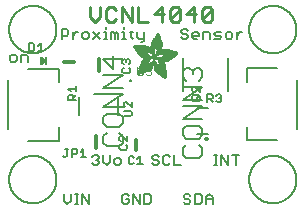
<source format=gbr>
G04 EAGLE Gerber RS-274X export*
G75*
%MOMM*%
%FSLAX34Y34*%
%LPD*%
%INSilkscreen Top*%
%IPPOS*%
%AMOC8*
5,1,8,0,0,1.08239X$1,22.5*%
G01*
%ADD10C,0.152400*%
%ADD11C,0.228600*%
%ADD12C,0.127000*%
%ADD13C,0.304800*%
%ADD14C,0.203200*%
%ADD15R,0.050800X0.006300*%
%ADD16R,0.082600X0.006400*%
%ADD17R,0.120600X0.006300*%
%ADD18R,0.139700X0.006400*%
%ADD19R,0.158800X0.006300*%
%ADD20R,0.177800X0.006400*%
%ADD21R,0.196800X0.006300*%
%ADD22R,0.215900X0.006400*%
%ADD23R,0.228600X0.006300*%
%ADD24R,0.241300X0.006400*%
%ADD25R,0.254000X0.006300*%
%ADD26R,0.266700X0.006400*%
%ADD27R,0.279400X0.006300*%
%ADD28R,0.285700X0.006400*%
%ADD29R,0.298400X0.006300*%
%ADD30R,0.311200X0.006400*%
%ADD31R,0.317500X0.006300*%
%ADD32R,0.330200X0.006400*%
%ADD33R,0.336600X0.006300*%
%ADD34R,0.349200X0.006400*%
%ADD35R,0.361900X0.006300*%
%ADD36R,0.368300X0.006400*%
%ADD37R,0.381000X0.006300*%
%ADD38R,0.387300X0.006400*%
%ADD39R,0.393700X0.006300*%
%ADD40R,0.406400X0.006400*%
%ADD41R,0.412700X0.006300*%
%ADD42R,0.419100X0.006400*%
%ADD43R,0.431800X0.006300*%
%ADD44R,0.438100X0.006400*%
%ADD45R,0.450800X0.006300*%
%ADD46R,0.457200X0.006400*%
%ADD47R,0.463500X0.006300*%
%ADD48R,0.476200X0.006400*%
%ADD49R,0.482600X0.006300*%
%ADD50R,0.488900X0.006400*%
%ADD51R,0.501600X0.006300*%
%ADD52R,0.508000X0.006400*%
%ADD53R,0.514300X0.006300*%
%ADD54R,0.527000X0.006400*%
%ADD55R,0.533400X0.006300*%
%ADD56R,0.546100X0.006400*%
%ADD57R,0.552400X0.006300*%
%ADD58R,0.558800X0.006400*%
%ADD59R,0.571500X0.006300*%
%ADD60R,0.577800X0.006400*%
%ADD61R,0.584200X0.006300*%
%ADD62R,0.596900X0.006400*%
%ADD63R,0.603200X0.006300*%
%ADD64R,0.609600X0.006400*%
%ADD65R,0.622300X0.006300*%
%ADD66R,0.628600X0.006400*%
%ADD67R,0.641300X0.006300*%
%ADD68R,0.647700X0.006400*%
%ADD69R,0.063500X0.006300*%
%ADD70R,0.654000X0.006300*%
%ADD71R,0.101600X0.006400*%
%ADD72R,0.666700X0.006400*%
%ADD73R,0.139700X0.006300*%
%ADD74R,0.673100X0.006300*%
%ADD75R,0.165100X0.006400*%
%ADD76R,0.679400X0.006400*%
%ADD77R,0.196900X0.006300*%
%ADD78R,0.692100X0.006300*%
%ADD79R,0.222200X0.006400*%
%ADD80R,0.698500X0.006400*%
%ADD81R,0.247700X0.006300*%
%ADD82R,0.704800X0.006300*%
%ADD83R,0.279400X0.006400*%
%ADD84R,0.717500X0.006400*%
%ADD85R,0.298500X0.006300*%
%ADD86R,0.723900X0.006300*%
%ADD87R,0.736600X0.006400*%
%ADD88R,0.342900X0.006300*%
%ADD89R,0.742900X0.006300*%
%ADD90R,0.374700X0.006400*%
%ADD91R,0.749300X0.006400*%
%ADD92R,0.762000X0.006300*%
%ADD93R,0.412700X0.006400*%
%ADD94R,0.768300X0.006400*%
%ADD95R,0.438100X0.006300*%
%ADD96R,0.774700X0.006300*%
%ADD97R,0.463600X0.006400*%
%ADD98R,0.787400X0.006400*%
%ADD99R,0.793700X0.006300*%
%ADD100R,0.495300X0.006400*%
%ADD101R,0.800100X0.006400*%
%ADD102R,0.520700X0.006300*%
%ADD103R,0.812800X0.006300*%
%ADD104R,0.533400X0.006400*%
%ADD105R,0.819100X0.006400*%
%ADD106R,0.558800X0.006300*%
%ADD107R,0.825500X0.006300*%
%ADD108R,0.577900X0.006400*%
%ADD109R,0.831800X0.006400*%
%ADD110R,0.596900X0.006300*%
%ADD111R,0.844500X0.006300*%
%ADD112R,0.616000X0.006400*%
%ADD113R,0.850900X0.006400*%
%ADD114R,0.635000X0.006300*%
%ADD115R,0.857200X0.006300*%
%ADD116R,0.654100X0.006400*%
%ADD117R,0.863600X0.006400*%
%ADD118R,0.666700X0.006300*%
%ADD119R,0.869900X0.006300*%
%ADD120R,0.685800X0.006400*%
%ADD121R,0.876300X0.006400*%
%ADD122R,0.882600X0.006300*%
%ADD123R,0.723900X0.006400*%
%ADD124R,0.889000X0.006400*%
%ADD125R,0.895300X0.006300*%
%ADD126R,0.755700X0.006400*%
%ADD127R,0.901700X0.006400*%
%ADD128R,0.908000X0.006300*%
%ADD129R,0.793800X0.006400*%
%ADD130R,0.914400X0.006400*%
%ADD131R,0.806400X0.006300*%
%ADD132R,0.920700X0.006300*%
%ADD133R,0.825500X0.006400*%
%ADD134R,0.927100X0.006400*%
%ADD135R,0.933400X0.006300*%
%ADD136R,0.857300X0.006400*%
%ADD137R,0.939800X0.006400*%
%ADD138R,0.870000X0.006300*%
%ADD139R,0.939800X0.006300*%
%ADD140R,0.946100X0.006400*%
%ADD141R,0.952500X0.006300*%
%ADD142R,0.908000X0.006400*%
%ADD143R,0.958800X0.006400*%
%ADD144R,0.965200X0.006300*%
%ADD145R,0.965200X0.006400*%
%ADD146R,0.971500X0.006300*%
%ADD147R,0.952500X0.006400*%
%ADD148R,0.977900X0.006400*%
%ADD149R,0.958800X0.006300*%
%ADD150R,0.984200X0.006300*%
%ADD151R,0.971500X0.006400*%
%ADD152R,0.984200X0.006400*%
%ADD153R,0.990600X0.006300*%
%ADD154R,0.984300X0.006400*%
%ADD155R,0.996900X0.006400*%
%ADD156R,0.997000X0.006300*%
%ADD157R,0.996900X0.006300*%
%ADD158R,1.003300X0.006400*%
%ADD159R,1.016000X0.006300*%
%ADD160R,1.009600X0.006300*%
%ADD161R,1.016000X0.006400*%
%ADD162R,1.009600X0.006400*%
%ADD163R,1.022300X0.006300*%
%ADD164R,1.028700X0.006400*%
%ADD165R,1.035100X0.006300*%
%ADD166R,1.047800X0.006400*%
%ADD167R,1.054100X0.006300*%
%ADD168R,1.028700X0.006300*%
%ADD169R,1.054100X0.006400*%
%ADD170R,1.035000X0.006400*%
%ADD171R,1.060400X0.006300*%
%ADD172R,1.035000X0.006300*%
%ADD173R,1.060500X0.006400*%
%ADD174R,1.041400X0.006400*%
%ADD175R,1.066800X0.006300*%
%ADD176R,1.041400X0.006300*%
%ADD177R,1.079500X0.006400*%
%ADD178R,1.047700X0.006400*%
%ADD179R,1.085900X0.006300*%
%ADD180R,1.047700X0.006300*%
%ADD181R,1.085800X0.006400*%
%ADD182R,1.092200X0.006300*%
%ADD183R,1.085900X0.006400*%
%ADD184R,1.098600X0.006300*%
%ADD185R,1.098600X0.006400*%
%ADD186R,1.060400X0.006400*%
%ADD187R,1.104900X0.006300*%
%ADD188R,1.104900X0.006400*%
%ADD189R,1.066800X0.006400*%
%ADD190R,1.111200X0.006300*%
%ADD191R,1.117600X0.006400*%
%ADD192R,1.117600X0.006300*%
%ADD193R,1.073100X0.006300*%
%ADD194R,1.073100X0.006400*%
%ADD195R,1.124000X0.006300*%
%ADD196R,1.079500X0.006300*%
%ADD197R,1.123900X0.006400*%
%ADD198R,1.130300X0.006300*%
%ADD199R,1.130300X0.006400*%
%ADD200R,1.136700X0.006400*%
%ADD201R,1.136700X0.006300*%
%ADD202R,1.085800X0.006300*%
%ADD203R,1.136600X0.006400*%
%ADD204R,1.136600X0.006300*%
%ADD205R,1.143000X0.006400*%
%ADD206R,1.143000X0.006300*%
%ADD207R,1.149400X0.006300*%
%ADD208R,1.149300X0.006300*%
%ADD209R,1.149300X0.006400*%
%ADD210R,1.149400X0.006400*%
%ADD211R,1.155700X0.006400*%
%ADD212R,1.155700X0.006300*%
%ADD213R,1.060500X0.006300*%
%ADD214R,2.197100X0.006400*%
%ADD215R,2.197100X0.006300*%
%ADD216R,2.184400X0.006300*%
%ADD217R,2.184400X0.006400*%
%ADD218R,2.171700X0.006400*%
%ADD219R,2.171700X0.006300*%
%ADD220R,1.530300X0.006400*%
%ADD221R,1.505000X0.006300*%
%ADD222R,1.492300X0.006400*%
%ADD223R,1.485900X0.006300*%
%ADD224R,0.565200X0.006300*%
%ADD225R,1.473200X0.006400*%
%ADD226R,0.565200X0.006400*%
%ADD227R,1.460500X0.006300*%
%ADD228R,1.454100X0.006400*%
%ADD229R,0.552400X0.006400*%
%ADD230R,1.441500X0.006300*%
%ADD231R,0.546100X0.006300*%
%ADD232R,1.435100X0.006400*%
%ADD233R,0.539800X0.006400*%
%ADD234R,1.428800X0.006300*%
%ADD235R,1.422400X0.006400*%
%ADD236R,1.409700X0.006300*%
%ADD237R,0.527100X0.006300*%
%ADD238R,1.403300X0.006400*%
%ADD239R,0.527100X0.006400*%
%ADD240R,1.390700X0.006300*%
%ADD241R,1.384300X0.006400*%
%ADD242R,0.520700X0.006400*%
%ADD243R,1.384300X0.006300*%
%ADD244R,0.514400X0.006300*%
%ADD245R,1.371600X0.006400*%
%ADD246R,1.365200X0.006300*%
%ADD247R,0.508000X0.006300*%
%ADD248R,1.352600X0.006400*%
%ADD249R,0.501700X0.006400*%
%ADD250R,0.711200X0.006300*%
%ADD251R,0.603300X0.006300*%
%ADD252R,0.501700X0.006300*%
%ADD253R,0.692100X0.006400*%
%ADD254R,0.571500X0.006400*%
%ADD255R,0.679400X0.006300*%
%ADD256R,0.495300X0.006300*%
%ADD257R,0.673100X0.006400*%
%ADD258R,0.666800X0.006300*%
%ADD259R,0.488900X0.006300*%
%ADD260R,0.660400X0.006400*%
%ADD261R,0.482600X0.006400*%
%ADD262R,0.476200X0.006300*%
%ADD263R,0.654000X0.006400*%
%ADD264R,0.469900X0.006400*%
%ADD265R,0.476300X0.006400*%
%ADD266R,0.647700X0.006300*%
%ADD267R,0.457200X0.006300*%
%ADD268R,0.469900X0.006300*%
%ADD269R,0.641300X0.006400*%
%ADD270R,0.444500X0.006400*%
%ADD271R,0.463600X0.006300*%
%ADD272R,0.635000X0.006400*%
%ADD273R,0.463500X0.006400*%
%ADD274R,0.393700X0.006400*%
%ADD275R,0.450800X0.006400*%
%ADD276R,0.628600X0.006300*%
%ADD277R,0.387400X0.006300*%
%ADD278R,0.450900X0.006300*%
%ADD279R,0.628700X0.006400*%
%ADD280R,0.374600X0.006400*%
%ADD281R,0.368300X0.006300*%
%ADD282R,0.438200X0.006300*%
%ADD283R,0.622300X0.006400*%
%ADD284R,0.355600X0.006400*%
%ADD285R,0.431800X0.006400*%
%ADD286R,0.349300X0.006300*%
%ADD287R,0.425400X0.006300*%
%ADD288R,0.615900X0.006300*%
%ADD289R,0.330200X0.006300*%
%ADD290R,0.419100X0.006300*%
%ADD291R,0.616000X0.006300*%
%ADD292R,0.311200X0.006300*%
%ADD293R,0.406400X0.006300*%
%ADD294R,0.615900X0.006400*%
%ADD295R,0.304800X0.006400*%
%ADD296R,0.158800X0.006400*%
%ADD297R,0.609600X0.006300*%
%ADD298R,0.292100X0.006300*%
%ADD299R,0.235000X0.006300*%
%ADD300R,0.387400X0.006400*%
%ADD301R,0.292100X0.006400*%
%ADD302R,0.336500X0.006300*%
%ADD303R,0.260400X0.006300*%
%ADD304R,0.603300X0.006400*%
%ADD305R,0.260400X0.006400*%
%ADD306R,0.362000X0.006400*%
%ADD307R,0.450900X0.006400*%
%ADD308R,0.355600X0.006300*%
%ADD309R,0.342900X0.006400*%
%ADD310R,0.514300X0.006400*%
%ADD311R,0.234900X0.006300*%
%ADD312R,0.539700X0.006300*%
%ADD313R,0.603200X0.006400*%
%ADD314R,0.234900X0.006400*%
%ADD315R,0.920700X0.006400*%
%ADD316R,0.958900X0.006400*%
%ADD317R,0.215900X0.006300*%
%ADD318R,0.209600X0.006400*%
%ADD319R,0.203200X0.006300*%
%ADD320R,1.003300X0.006300*%
%ADD321R,0.203200X0.006400*%
%ADD322R,0.196900X0.006400*%
%ADD323R,0.190500X0.006300*%
%ADD324R,0.190500X0.006400*%
%ADD325R,0.184200X0.006300*%
%ADD326R,0.590500X0.006400*%
%ADD327R,0.184200X0.006400*%
%ADD328R,0.590500X0.006300*%
%ADD329R,0.177800X0.006300*%
%ADD330R,0.584200X0.006400*%
%ADD331R,1.168400X0.006400*%
%ADD332R,0.171500X0.006300*%
%ADD333R,1.187500X0.006300*%
%ADD334R,1.200100X0.006400*%
%ADD335R,0.577800X0.006300*%
%ADD336R,1.212900X0.006300*%
%ADD337R,1.231900X0.006400*%
%ADD338R,1.250900X0.006300*%
%ADD339R,0.565100X0.006400*%
%ADD340R,0.184100X0.006400*%
%ADD341R,1.263700X0.006400*%
%ADD342R,0.565100X0.006300*%
%ADD343R,1.289100X0.006300*%
%ADD344R,1.314400X0.006400*%
%ADD345R,0.552500X0.006300*%
%ADD346R,1.568500X0.006300*%
%ADD347R,0.552500X0.006400*%
%ADD348R,1.581200X0.006400*%
%ADD349R,1.593800X0.006300*%
%ADD350R,1.606500X0.006400*%
%ADD351R,1.619300X0.006300*%
%ADD352R,0.514400X0.006400*%
%ADD353R,1.638300X0.006400*%
%ADD354R,1.657300X0.006300*%
%ADD355R,2.209800X0.006400*%
%ADD356R,2.425700X0.006300*%
%ADD357R,2.470100X0.006400*%
%ADD358R,2.501900X0.006300*%
%ADD359R,2.533700X0.006400*%
%ADD360R,2.559000X0.006300*%
%ADD361R,2.584500X0.006400*%
%ADD362R,2.609900X0.006300*%
%ADD363R,2.628900X0.006400*%
%ADD364R,2.660600X0.006300*%
%ADD365R,2.673400X0.006400*%
%ADD366R,1.422400X0.006300*%
%ADD367R,1.200200X0.006300*%
%ADD368R,1.365300X0.006300*%
%ADD369R,1.365300X0.006400*%
%ADD370R,1.352500X0.006300*%
%ADD371R,1.098500X0.006300*%
%ADD372R,1.358900X0.006400*%
%ADD373R,1.352600X0.006300*%
%ADD374R,1.358900X0.006300*%
%ADD375R,1.371600X0.006300*%
%ADD376R,1.377900X0.006400*%
%ADD377R,1.397000X0.006400*%
%ADD378R,1.403300X0.006300*%
%ADD379R,0.914400X0.006300*%
%ADD380R,0.876300X0.006300*%
%ADD381R,0.374600X0.006300*%
%ADD382R,1.073200X0.006400*%
%ADD383R,0.374700X0.006300*%
%ADD384R,0.844600X0.006400*%
%ADD385R,0.844600X0.006300*%
%ADD386R,0.831900X0.006400*%
%ADD387R,1.092200X0.006400*%
%ADD388R,0.400000X0.006300*%
%ADD389R,0.819200X0.006400*%
%ADD390R,1.111300X0.006400*%
%ADD391R,0.812800X0.006400*%
%ADD392R,0.800100X0.006300*%
%ADD393R,0.476300X0.006300*%
%ADD394R,1.181100X0.006300*%
%ADD395R,0.501600X0.006400*%
%ADD396R,1.193800X0.006400*%
%ADD397R,0.781000X0.006400*%
%ADD398R,1.238200X0.006400*%
%ADD399R,0.781100X0.006300*%
%ADD400R,1.257300X0.006300*%
%ADD401R,1.295400X0.006400*%
%ADD402R,1.333500X0.006300*%
%ADD403R,0.774700X0.006400*%
%ADD404R,1.866900X0.006400*%
%ADD405R,0.209600X0.006300*%
%ADD406R,1.866900X0.006300*%
%ADD407R,0.768400X0.006400*%
%ADD408R,0.209500X0.006400*%
%ADD409R,1.860600X0.006400*%
%ADD410R,0.762000X0.006400*%
%ADD411R,0.768400X0.006300*%
%ADD412R,1.860600X0.006300*%
%ADD413R,1.860500X0.006400*%
%ADD414R,0.222300X0.006300*%
%ADD415R,1.854200X0.006300*%
%ADD416R,0.235000X0.006400*%
%ADD417R,1.854200X0.006400*%
%ADD418R,0.768300X0.006300*%
%ADD419R,0.260300X0.006400*%
%ADD420R,1.847800X0.006400*%
%ADD421R,0.266700X0.006300*%
%ADD422R,1.847800X0.006300*%
%ADD423R,0.273100X0.006400*%
%ADD424R,1.841500X0.006400*%
%ADD425R,0.285800X0.006300*%
%ADD426R,1.841500X0.006300*%
%ADD427R,0.298500X0.006400*%
%ADD428R,1.835100X0.006400*%
%ADD429R,0.781000X0.006300*%
%ADD430R,0.304800X0.006300*%
%ADD431R,1.835100X0.006300*%
%ADD432R,0.317500X0.006400*%
%ADD433R,1.828800X0.006400*%
%ADD434R,0.787400X0.006300*%
%ADD435R,0.323800X0.006300*%
%ADD436R,1.828800X0.006300*%
%ADD437R,0.793700X0.006400*%
%ADD438R,1.822400X0.006400*%
%ADD439R,0.806500X0.006300*%
%ADD440R,1.822400X0.006300*%
%ADD441R,1.816100X0.006400*%
%ADD442R,0.819100X0.006300*%
%ADD443R,0.387300X0.006300*%
%ADD444R,1.816100X0.006300*%
%ADD445R,1.809800X0.006400*%
%ADD446R,1.803400X0.006300*%
%ADD447R,1.797000X0.006400*%
%ADD448R,0.901700X0.006300*%
%ADD449R,1.797000X0.006300*%
%ADD450R,1.441400X0.006400*%
%ADD451R,1.790700X0.006400*%
%ADD452R,1.447800X0.006300*%
%ADD453R,1.784300X0.006300*%
%ADD454R,1.447800X0.006400*%
%ADD455R,1.784300X0.006400*%
%ADD456R,1.454100X0.006300*%
%ADD457R,1.771700X0.006300*%
%ADD458R,1.460500X0.006400*%
%ADD459R,1.759000X0.006400*%
%ADD460R,1.466800X0.006300*%
%ADD461R,1.752600X0.006300*%
%ADD462R,1.466800X0.006400*%
%ADD463R,1.739900X0.006400*%
%ADD464R,1.473200X0.006300*%
%ADD465R,1.727200X0.006300*%
%ADD466R,1.479500X0.006400*%
%ADD467R,1.714500X0.006400*%
%ADD468R,1.695400X0.006300*%
%ADD469R,1.485900X0.006400*%
%ADD470R,1.682700X0.006400*%
%ADD471R,1.492200X0.006300*%
%ADD472R,1.663700X0.006300*%
%ADD473R,1.498600X0.006400*%
%ADD474R,1.644600X0.006400*%
%ADD475R,1.498600X0.006300*%
%ADD476R,1.619200X0.006300*%
%ADD477R,1.511300X0.006400*%
%ADD478R,1.600200X0.006400*%
%ADD479R,1.517700X0.006300*%
%ADD480R,1.574800X0.006300*%
%ADD481R,1.524000X0.006400*%
%ADD482R,1.555800X0.006400*%
%ADD483R,1.524000X0.006300*%
%ADD484R,1.536700X0.006300*%
%ADD485R,1.530400X0.006400*%
%ADD486R,1.517700X0.006400*%
%ADD487R,1.492300X0.006300*%
%ADD488R,1.549400X0.006400*%
%ADD489R,1.479600X0.006400*%
%ADD490R,1.549400X0.006300*%
%ADD491R,1.555700X0.006400*%
%ADD492R,1.562100X0.006300*%
%ADD493R,0.323900X0.006300*%
%ADD494R,1.568400X0.006400*%
%ADD495R,0.336600X0.006400*%
%ADD496R,1.587500X0.006300*%
%ADD497R,0.971600X0.006300*%
%ADD498R,0.349300X0.006400*%
%ADD499R,1.600200X0.006300*%
%ADD500R,0.920800X0.006300*%
%ADD501R,0.882700X0.006400*%
%ADD502R,1.612900X0.006300*%
%ADD503R,0.362000X0.006300*%
%ADD504R,1.625600X0.006400*%
%ADD505R,1.625600X0.006300*%
%ADD506R,1.644600X0.006300*%
%ADD507R,0.736600X0.006300*%
%ADD508R,0.717600X0.006400*%
%ADD509R,1.657400X0.006300*%
%ADD510R,0.679500X0.006300*%
%ADD511R,1.663700X0.006400*%
%ADD512R,0.400000X0.006400*%
%ADD513R,1.676400X0.006300*%
%ADD514R,1.676400X0.006400*%
%ADD515R,0.425500X0.006400*%
%ADD516R,1.352500X0.006400*%
%ADD517R,0.444500X0.006300*%
%ADD518R,0.361900X0.006400*%
%ADD519R,0.088900X0.006300*%
%ADD520R,1.009700X0.006300*%
%ADD521R,1.009700X0.006400*%
%ADD522R,1.022300X0.006400*%
%ADD523R,1.346200X0.006400*%
%ADD524R,1.346200X0.006300*%
%ADD525R,1.339900X0.006400*%
%ADD526R,1.035100X0.006400*%
%ADD527R,1.339800X0.006300*%
%ADD528R,1.333500X0.006400*%
%ADD529R,1.327200X0.006400*%
%ADD530R,1.320800X0.006300*%
%ADD531R,1.314500X0.006400*%
%ADD532R,1.314400X0.006300*%
%ADD533R,1.301700X0.006400*%
%ADD534R,1.295400X0.006300*%
%ADD535R,1.289000X0.006400*%
%ADD536R,1.276300X0.006300*%
%ADD537R,1.251000X0.006300*%
%ADD538R,1.244600X0.006400*%
%ADD539R,1.231900X0.006300*%
%ADD540R,1.212800X0.006400*%
%ADD541R,1.200100X0.006300*%
%ADD542R,1.187400X0.006400*%
%ADD543R,1.168400X0.006300*%
%ADD544R,1.047800X0.006300*%
%ADD545R,0.977900X0.006300*%
%ADD546R,0.946200X0.006400*%
%ADD547R,0.933400X0.006400*%
%ADD548R,0.895300X0.006400*%
%ADD549R,0.882700X0.006300*%
%ADD550R,0.863600X0.006300*%
%ADD551R,0.857200X0.006400*%
%ADD552R,0.850900X0.006300*%
%ADD553R,0.838200X0.006300*%
%ADD554R,0.806500X0.006400*%
%ADD555R,0.717600X0.006300*%
%ADD556R,0.711200X0.006400*%
%ADD557R,0.641400X0.006400*%
%ADD558R,0.641400X0.006300*%
%ADD559R,0.628700X0.006300*%
%ADD560R,0.590600X0.006300*%
%ADD561R,0.539700X0.006400*%
%ADD562R,0.285700X0.006300*%
%ADD563R,0.222200X0.006300*%
%ADD564R,0.171400X0.006300*%
%ADD565R,0.152400X0.006400*%
%ADD566R,0.133400X0.006300*%
%ADD567R,0.127000X0.762000*%
%ADD568C,0.050800*%

G36*
X32581Y122436D02*
X32581Y122436D01*
X32610Y122435D01*
X32700Y122462D01*
X32792Y122482D01*
X32817Y122497D01*
X32846Y122506D01*
X32988Y122596D01*
X36163Y125136D01*
X36232Y125213D01*
X36305Y125286D01*
X36314Y125304D01*
X36327Y125318D01*
X36369Y125414D01*
X36415Y125506D01*
X36417Y125526D01*
X36425Y125544D01*
X36434Y125647D01*
X36448Y125750D01*
X36444Y125769D01*
X36446Y125789D01*
X36421Y125890D01*
X36402Y125992D01*
X36392Y126009D01*
X36388Y126028D01*
X36332Y126116D01*
X36281Y126206D01*
X36264Y126223D01*
X36256Y126236D01*
X36231Y126256D01*
X36163Y126324D01*
X32988Y128864D01*
X32962Y128879D01*
X32940Y128900D01*
X32855Y128939D01*
X32773Y128985D01*
X32744Y128991D01*
X32717Y129003D01*
X32624Y129013D01*
X32532Y129031D01*
X32502Y129027D01*
X32473Y129030D01*
X32381Y129010D01*
X32288Y128998D01*
X32261Y128984D01*
X32232Y128978D01*
X32152Y128930D01*
X32068Y128888D01*
X32047Y128867D01*
X32021Y128852D01*
X31960Y128780D01*
X31894Y128714D01*
X31881Y128688D01*
X31861Y128665D01*
X31826Y128578D01*
X31784Y128494D01*
X31780Y128464D01*
X31769Y128437D01*
X31751Y128270D01*
X31751Y123190D01*
X31756Y123161D01*
X31753Y123131D01*
X31775Y123040D01*
X31791Y122947D01*
X31804Y122921D01*
X31811Y122892D01*
X31862Y122813D01*
X31906Y122730D01*
X31927Y122709D01*
X31943Y122684D01*
X32016Y122625D01*
X32084Y122561D01*
X32111Y122548D01*
X32134Y122529D01*
X32222Y122496D01*
X32307Y122457D01*
X32337Y122454D01*
X32364Y122443D01*
X32458Y122440D01*
X32551Y122430D01*
X32581Y122436D01*
G37*
D10*
X51788Y13215D02*
X51788Y7453D01*
X54670Y4572D01*
X57551Y7453D01*
X57551Y13215D01*
X61144Y4572D02*
X64025Y4572D01*
X62584Y4572D02*
X62584Y13215D01*
X61144Y13215D02*
X64025Y13215D01*
X67380Y13215D02*
X67380Y4572D01*
X73143Y4572D02*
X67380Y13215D01*
X73143Y13215D02*
X73143Y4572D01*
X75629Y44795D02*
X77070Y46235D01*
X79951Y46235D01*
X81391Y44795D01*
X81391Y43354D01*
X79951Y41914D01*
X78510Y41914D01*
X79951Y41914D02*
X81391Y40473D01*
X81391Y39033D01*
X79951Y37592D01*
X77070Y37592D01*
X75629Y39033D01*
X84984Y40473D02*
X84984Y46235D01*
X84984Y40473D02*
X87866Y37592D01*
X90747Y40473D01*
X90747Y46235D01*
X95780Y37592D02*
X98661Y37592D01*
X100102Y39033D01*
X100102Y41914D01*
X98661Y43354D01*
X95780Y43354D01*
X94340Y41914D01*
X94340Y39033D01*
X95780Y37592D01*
X105351Y13215D02*
X106791Y11775D01*
X105351Y13215D02*
X102470Y13215D01*
X101029Y11775D01*
X101029Y6013D01*
X102470Y4572D01*
X105351Y4572D01*
X106791Y6013D01*
X106791Y8894D01*
X103910Y8894D01*
X110384Y13215D02*
X110384Y4572D01*
X116147Y4572D02*
X110384Y13215D01*
X116147Y13215D02*
X116147Y4572D01*
X119740Y4572D02*
X119740Y13215D01*
X119740Y4572D02*
X124061Y4572D01*
X125502Y6013D01*
X125502Y11775D01*
X124061Y13215D01*
X119740Y13215D01*
X132191Y44795D02*
X130751Y46235D01*
X127870Y46235D01*
X126429Y44795D01*
X126429Y43354D01*
X127870Y41914D01*
X130751Y41914D01*
X132191Y40473D01*
X132191Y39033D01*
X130751Y37592D01*
X127870Y37592D01*
X126429Y39033D01*
X140106Y46235D02*
X141547Y44795D01*
X140106Y46235D02*
X137225Y46235D01*
X135784Y44795D01*
X135784Y39033D01*
X137225Y37592D01*
X140106Y37592D01*
X141547Y39033D01*
X145140Y37592D02*
X145140Y46235D01*
X145140Y37592D02*
X150902Y37592D01*
X157421Y13215D02*
X158861Y11775D01*
X157421Y13215D02*
X154540Y13215D01*
X153099Y11775D01*
X153099Y10334D01*
X154540Y8894D01*
X157421Y8894D01*
X158861Y7453D01*
X158861Y6013D01*
X157421Y4572D01*
X154540Y4572D01*
X153099Y6013D01*
X162454Y4572D02*
X162454Y13215D01*
X162454Y4572D02*
X166776Y4572D01*
X168217Y6013D01*
X168217Y11775D01*
X166776Y13215D01*
X162454Y13215D01*
X171810Y10334D02*
X171810Y4572D01*
X171810Y10334D02*
X174691Y13215D01*
X177572Y10334D01*
X177572Y4572D01*
X177572Y8894D02*
X171810Y8894D01*
X178788Y37592D02*
X181670Y37592D01*
X180229Y37592D02*
X180229Y46235D01*
X178788Y46235D02*
X181670Y46235D01*
X185025Y46235D02*
X185025Y37592D01*
X190787Y37592D02*
X185025Y46235D01*
X190787Y46235D02*
X190787Y37592D01*
X197262Y37592D02*
X197262Y46235D01*
X200143Y46235D02*
X194380Y46235D01*
D11*
X73883Y163029D02*
X73883Y171334D01*
X73883Y163029D02*
X78035Y158877D01*
X82187Y163029D01*
X82187Y171334D01*
X93676Y171334D02*
X95752Y169258D01*
X93676Y171334D02*
X89524Y171334D01*
X87448Y169258D01*
X87448Y160953D01*
X89524Y158877D01*
X93676Y158877D01*
X95752Y160953D01*
X101013Y158877D02*
X101013Y171334D01*
X109317Y158877D01*
X109317Y171334D01*
X114578Y171334D02*
X114578Y158877D01*
X122882Y158877D01*
X134371Y158877D02*
X134371Y171334D01*
X128143Y165105D01*
X136447Y165105D01*
X141708Y160953D02*
X141708Y169258D01*
X143784Y171334D01*
X147936Y171334D01*
X150012Y169258D01*
X150012Y160953D01*
X147936Y158877D01*
X143784Y158877D01*
X141708Y160953D01*
X150012Y169258D01*
X161501Y171334D02*
X161501Y158877D01*
X155273Y165105D02*
X161501Y171334D01*
X163577Y165105D02*
X155273Y165105D01*
X168838Y160953D02*
X168838Y169258D01*
X170914Y171334D01*
X175066Y171334D01*
X177143Y169258D01*
X177143Y160953D01*
X175066Y158877D01*
X170914Y158877D01*
X168838Y160953D01*
X177143Y169258D01*
D10*
X49802Y152915D02*
X49802Y144272D01*
X49802Y152915D02*
X54124Y152915D01*
X55564Y151475D01*
X55564Y148594D01*
X54124Y147153D01*
X49802Y147153D01*
X59157Y144272D02*
X59157Y150034D01*
X59157Y147153D02*
X62038Y150034D01*
X63479Y150034D01*
X68394Y144272D02*
X71275Y144272D01*
X72715Y145713D01*
X72715Y148594D01*
X71275Y150034D01*
X68394Y150034D01*
X66953Y148594D01*
X66953Y145713D01*
X68394Y144272D01*
X76308Y150034D02*
X82071Y144272D01*
X82071Y150034D02*
X76308Y144272D01*
X85664Y150034D02*
X87104Y150034D01*
X87104Y144272D01*
X85664Y144272D02*
X88545Y144272D01*
X87104Y152915D02*
X87104Y154356D01*
X91900Y150034D02*
X91900Y144272D01*
X91900Y150034D02*
X93341Y150034D01*
X94782Y148594D01*
X94782Y144272D01*
X94782Y148594D02*
X96222Y150034D01*
X97663Y148594D01*
X97663Y144272D01*
X101256Y150034D02*
X102696Y150034D01*
X102696Y144272D01*
X101256Y144272D02*
X104137Y144272D01*
X102696Y152915D02*
X102696Y154356D01*
X108933Y151475D02*
X108933Y145713D01*
X110373Y144272D01*
X110373Y150034D02*
X107492Y150034D01*
X113729Y150034D02*
X113729Y145713D01*
X115170Y144272D01*
X119491Y144272D01*
X119491Y142831D02*
X119491Y150034D01*
X119491Y142831D02*
X118051Y141391D01*
X116610Y141391D01*
X155472Y152915D02*
X156912Y151475D01*
X155472Y152915D02*
X152590Y152915D01*
X151150Y151475D01*
X151150Y150034D01*
X152590Y148594D01*
X155472Y148594D01*
X156912Y147153D01*
X156912Y145713D01*
X155472Y144272D01*
X152590Y144272D01*
X151150Y145713D01*
X161946Y144272D02*
X164827Y144272D01*
X161946Y144272D02*
X160505Y145713D01*
X160505Y148594D01*
X161946Y150034D01*
X164827Y150034D01*
X166267Y148594D01*
X166267Y147153D01*
X160505Y147153D01*
X169860Y144272D02*
X169860Y150034D01*
X174182Y150034D01*
X175623Y148594D01*
X175623Y144272D01*
X179215Y144272D02*
X183537Y144272D01*
X184978Y145713D01*
X183537Y147153D01*
X180656Y147153D01*
X179215Y148594D01*
X180656Y150034D01*
X184978Y150034D01*
X190011Y144272D02*
X192892Y144272D01*
X194333Y145713D01*
X194333Y148594D01*
X192892Y150034D01*
X190011Y150034D01*
X188571Y148594D01*
X188571Y145713D01*
X190011Y144272D01*
X197926Y144272D02*
X197926Y150034D01*
X197926Y147153D02*
X200807Y150034D01*
X202248Y150034D01*
D12*
X10164Y125095D02*
X7198Y125095D01*
X10164Y125095D02*
X11647Y126578D01*
X11647Y129544D01*
X10164Y131027D01*
X7198Y131027D01*
X5715Y129544D01*
X5715Y126578D01*
X7198Y125095D01*
X15070Y125095D02*
X15070Y131027D01*
X19519Y131027D01*
X21002Y129544D01*
X21002Y125095D01*
D13*
X78740Y62230D02*
X78740Y52070D01*
D10*
X98546Y53869D02*
X99648Y54970D01*
X98546Y53869D02*
X98546Y51665D01*
X99648Y50564D01*
X104054Y50564D01*
X105156Y51665D01*
X105156Y53869D01*
X104054Y54970D01*
X105156Y58048D02*
X105156Y62454D01*
X105156Y58048D02*
X100750Y62454D01*
X99648Y62454D01*
X98546Y61353D01*
X98546Y59149D01*
X99648Y58048D01*
D14*
X64780Y79630D02*
X64780Y95630D01*
X97780Y95630D02*
X97780Y79630D01*
X85280Y98130D02*
X77280Y98130D01*
D10*
X102356Y79044D02*
X107864Y79044D01*
X108966Y80145D01*
X108966Y82349D01*
X107864Y83450D01*
X102356Y83450D01*
X108966Y86528D02*
X108966Y90934D01*
X108966Y86528D02*
X104560Y90934D01*
X103458Y90934D01*
X102356Y89833D01*
X102356Y87629D01*
X103458Y86528D01*
D13*
X81280Y116840D02*
X81280Y127000D01*
D10*
X101086Y118639D02*
X102188Y119740D01*
X101086Y118639D02*
X101086Y116435D01*
X102188Y115334D01*
X106594Y115334D01*
X107696Y116435D01*
X107696Y118639D01*
X106594Y119740D01*
X102188Y122818D02*
X101086Y123919D01*
X101086Y126123D01*
X102188Y127224D01*
X103290Y127224D01*
X104391Y126123D01*
X104391Y125021D01*
X104391Y126123D02*
X105493Y127224D01*
X106594Y127224D01*
X107696Y126123D01*
X107696Y123919D01*
X106594Y122818D01*
D13*
X113030Y58610D02*
X113030Y50610D01*
D10*
X109749Y44964D02*
X110850Y43862D01*
X109749Y44964D02*
X107545Y44964D01*
X106444Y43862D01*
X106444Y39456D01*
X107545Y38354D01*
X109749Y38354D01*
X110850Y39456D01*
X113928Y42760D02*
X116131Y44964D01*
X116131Y38354D01*
X113928Y38354D02*
X118334Y38354D01*
D14*
X152450Y100300D02*
X152450Y128300D01*
X190450Y128300D02*
X190450Y100300D01*
D10*
X173244Y97544D02*
X173244Y90934D01*
X173244Y97544D02*
X176549Y97544D01*
X177650Y96442D01*
X177650Y94239D01*
X176549Y93137D01*
X173244Y93137D01*
X175447Y93137D02*
X177650Y90934D01*
X180728Y96442D02*
X181829Y97544D01*
X184033Y97544D01*
X185134Y96442D01*
X185134Y95340D01*
X184033Y94239D01*
X182931Y94239D01*
X184033Y94239D02*
X185134Y93137D01*
X185134Y92036D01*
X184033Y90934D01*
X181829Y90934D01*
X180728Y92036D01*
D14*
X173410Y63930D02*
X164410Y63930D01*
X164410Y85930D02*
X173410Y85930D01*
X171410Y59930D02*
X171412Y59993D01*
X171418Y60055D01*
X171428Y60117D01*
X171441Y60179D01*
X171459Y60239D01*
X171480Y60298D01*
X171505Y60356D01*
X171534Y60412D01*
X171566Y60466D01*
X171601Y60518D01*
X171639Y60567D01*
X171681Y60615D01*
X171725Y60659D01*
X171773Y60701D01*
X171822Y60739D01*
X171874Y60774D01*
X171928Y60806D01*
X171984Y60835D01*
X172042Y60860D01*
X172101Y60881D01*
X172161Y60899D01*
X172223Y60912D01*
X172285Y60922D01*
X172347Y60928D01*
X172410Y60930D01*
X172473Y60928D01*
X172535Y60922D01*
X172597Y60912D01*
X172659Y60899D01*
X172719Y60881D01*
X172778Y60860D01*
X172836Y60835D01*
X172892Y60806D01*
X172946Y60774D01*
X172998Y60739D01*
X173047Y60701D01*
X173095Y60659D01*
X173139Y60615D01*
X173181Y60567D01*
X173219Y60518D01*
X173254Y60466D01*
X173286Y60412D01*
X173315Y60356D01*
X173340Y60298D01*
X173361Y60239D01*
X173379Y60179D01*
X173392Y60117D01*
X173402Y60055D01*
X173408Y59993D01*
X173410Y59930D01*
X173408Y59867D01*
X173402Y59805D01*
X173392Y59743D01*
X173379Y59681D01*
X173361Y59621D01*
X173340Y59562D01*
X173315Y59504D01*
X173286Y59448D01*
X173254Y59394D01*
X173219Y59342D01*
X173181Y59293D01*
X173139Y59245D01*
X173095Y59201D01*
X173047Y59159D01*
X172998Y59121D01*
X172946Y59086D01*
X172892Y59054D01*
X172836Y59025D01*
X172778Y59000D01*
X172719Y58979D01*
X172659Y58961D01*
X172597Y58948D01*
X172535Y58938D01*
X172473Y58932D01*
X172410Y58930D01*
X172347Y58932D01*
X172285Y58938D01*
X172223Y58948D01*
X172161Y58961D01*
X172101Y58979D01*
X172042Y59000D01*
X171984Y59025D01*
X171928Y59054D01*
X171874Y59086D01*
X171822Y59121D01*
X171773Y59159D01*
X171725Y59201D01*
X171681Y59245D01*
X171639Y59293D01*
X171601Y59342D01*
X171566Y59394D01*
X171534Y59448D01*
X171505Y59504D01*
X171480Y59562D01*
X171459Y59621D01*
X171441Y59681D01*
X171428Y59743D01*
X171418Y59805D01*
X171412Y59867D01*
X171410Y59930D01*
D10*
X165776Y92202D02*
X161370Y92202D01*
X160268Y93304D01*
X160268Y95507D01*
X161370Y96608D01*
X165776Y96608D01*
X166878Y95507D01*
X166878Y93304D01*
X165776Y92202D01*
X164675Y94405D02*
X166878Y96608D01*
X166878Y99686D02*
X166878Y104093D01*
X162472Y104093D02*
X166878Y99686D01*
X162472Y104093D02*
X161370Y104093D01*
X160268Y102991D01*
X160268Y100788D01*
X161370Y99686D01*
X51902Y44450D02*
X50800Y45552D01*
X51902Y44450D02*
X53003Y44450D01*
X54105Y45552D01*
X54105Y51060D01*
X55206Y51060D02*
X53003Y51060D01*
X58284Y51060D02*
X58284Y44450D01*
X58284Y51060D02*
X61589Y51060D01*
X62691Y49958D01*
X62691Y47755D01*
X61589Y46653D01*
X58284Y46653D01*
X65768Y48856D02*
X67972Y51060D01*
X67972Y44450D01*
X70175Y44450D02*
X65768Y44450D01*
D14*
X5400Y152400D02*
X5406Y152891D01*
X5424Y153381D01*
X5454Y153871D01*
X5496Y154360D01*
X5550Y154848D01*
X5616Y155335D01*
X5694Y155819D01*
X5784Y156302D01*
X5886Y156782D01*
X5999Y157260D01*
X6124Y157734D01*
X6261Y158206D01*
X6409Y158674D01*
X6569Y159138D01*
X6740Y159598D01*
X6922Y160054D01*
X7116Y160505D01*
X7320Y160951D01*
X7536Y161392D01*
X7762Y161828D01*
X7998Y162258D01*
X8245Y162682D01*
X8503Y163100D01*
X8771Y163511D01*
X9048Y163916D01*
X9336Y164314D01*
X9633Y164705D01*
X9940Y165088D01*
X10256Y165463D01*
X10581Y165831D01*
X10915Y166191D01*
X11258Y166542D01*
X11609Y166885D01*
X11969Y167219D01*
X12337Y167544D01*
X12712Y167860D01*
X13095Y168167D01*
X13486Y168464D01*
X13884Y168752D01*
X14289Y169029D01*
X14700Y169297D01*
X15118Y169555D01*
X15542Y169802D01*
X15972Y170038D01*
X16408Y170264D01*
X16849Y170480D01*
X17295Y170684D01*
X17746Y170878D01*
X18202Y171060D01*
X18662Y171231D01*
X19126Y171391D01*
X19594Y171539D01*
X20066Y171676D01*
X20540Y171801D01*
X21018Y171914D01*
X21498Y172016D01*
X21981Y172106D01*
X22465Y172184D01*
X22952Y172250D01*
X23440Y172304D01*
X23929Y172346D01*
X24419Y172376D01*
X24909Y172394D01*
X25400Y172400D01*
X25891Y172394D01*
X26381Y172376D01*
X26871Y172346D01*
X27360Y172304D01*
X27848Y172250D01*
X28335Y172184D01*
X28819Y172106D01*
X29302Y172016D01*
X29782Y171914D01*
X30260Y171801D01*
X30734Y171676D01*
X31206Y171539D01*
X31674Y171391D01*
X32138Y171231D01*
X32598Y171060D01*
X33054Y170878D01*
X33505Y170684D01*
X33951Y170480D01*
X34392Y170264D01*
X34828Y170038D01*
X35258Y169802D01*
X35682Y169555D01*
X36100Y169297D01*
X36511Y169029D01*
X36916Y168752D01*
X37314Y168464D01*
X37705Y168167D01*
X38088Y167860D01*
X38463Y167544D01*
X38831Y167219D01*
X39191Y166885D01*
X39542Y166542D01*
X39885Y166191D01*
X40219Y165831D01*
X40544Y165463D01*
X40860Y165088D01*
X41167Y164705D01*
X41464Y164314D01*
X41752Y163916D01*
X42029Y163511D01*
X42297Y163100D01*
X42555Y162682D01*
X42802Y162258D01*
X43038Y161828D01*
X43264Y161392D01*
X43480Y160951D01*
X43684Y160505D01*
X43878Y160054D01*
X44060Y159598D01*
X44231Y159138D01*
X44391Y158674D01*
X44539Y158206D01*
X44676Y157734D01*
X44801Y157260D01*
X44914Y156782D01*
X45016Y156302D01*
X45106Y155819D01*
X45184Y155335D01*
X45250Y154848D01*
X45304Y154360D01*
X45346Y153871D01*
X45376Y153381D01*
X45394Y152891D01*
X45400Y152400D01*
X45394Y151909D01*
X45376Y151419D01*
X45346Y150929D01*
X45304Y150440D01*
X45250Y149952D01*
X45184Y149465D01*
X45106Y148981D01*
X45016Y148498D01*
X44914Y148018D01*
X44801Y147540D01*
X44676Y147066D01*
X44539Y146594D01*
X44391Y146126D01*
X44231Y145662D01*
X44060Y145202D01*
X43878Y144746D01*
X43684Y144295D01*
X43480Y143849D01*
X43264Y143408D01*
X43038Y142972D01*
X42802Y142542D01*
X42555Y142118D01*
X42297Y141700D01*
X42029Y141289D01*
X41752Y140884D01*
X41464Y140486D01*
X41167Y140095D01*
X40860Y139712D01*
X40544Y139337D01*
X40219Y138969D01*
X39885Y138609D01*
X39542Y138258D01*
X39191Y137915D01*
X38831Y137581D01*
X38463Y137256D01*
X38088Y136940D01*
X37705Y136633D01*
X37314Y136336D01*
X36916Y136048D01*
X36511Y135771D01*
X36100Y135503D01*
X35682Y135245D01*
X35258Y134998D01*
X34828Y134762D01*
X34392Y134536D01*
X33951Y134320D01*
X33505Y134116D01*
X33054Y133922D01*
X32598Y133740D01*
X32138Y133569D01*
X31674Y133409D01*
X31206Y133261D01*
X30734Y133124D01*
X30260Y132999D01*
X29782Y132886D01*
X29302Y132784D01*
X28819Y132694D01*
X28335Y132616D01*
X27848Y132550D01*
X27360Y132496D01*
X26871Y132454D01*
X26381Y132424D01*
X25891Y132406D01*
X25400Y132400D01*
X24909Y132406D01*
X24419Y132424D01*
X23929Y132454D01*
X23440Y132496D01*
X22952Y132550D01*
X22465Y132616D01*
X21981Y132694D01*
X21498Y132784D01*
X21018Y132886D01*
X20540Y132999D01*
X20066Y133124D01*
X19594Y133261D01*
X19126Y133409D01*
X18662Y133569D01*
X18202Y133740D01*
X17746Y133922D01*
X17295Y134116D01*
X16849Y134320D01*
X16408Y134536D01*
X15972Y134762D01*
X15542Y134998D01*
X15118Y135245D01*
X14700Y135503D01*
X14289Y135771D01*
X13884Y136048D01*
X13486Y136336D01*
X13095Y136633D01*
X12712Y136940D01*
X12337Y137256D01*
X11969Y137581D01*
X11609Y137915D01*
X11258Y138258D01*
X10915Y138609D01*
X10581Y138969D01*
X10256Y139337D01*
X9940Y139712D01*
X9633Y140095D01*
X9336Y140486D01*
X9048Y140884D01*
X8771Y141289D01*
X8503Y141700D01*
X8245Y142118D01*
X7998Y142542D01*
X7762Y142972D01*
X7536Y143408D01*
X7320Y143849D01*
X7116Y144295D01*
X6922Y144746D01*
X6740Y145202D01*
X6569Y145662D01*
X6409Y146126D01*
X6261Y146594D01*
X6124Y147066D01*
X5999Y147540D01*
X5886Y148018D01*
X5784Y148498D01*
X5694Y148981D01*
X5616Y149465D01*
X5550Y149952D01*
X5496Y150440D01*
X5454Y150929D01*
X5424Y151419D01*
X5406Y151909D01*
X5400Y152400D01*
X208600Y152400D02*
X208606Y152891D01*
X208624Y153381D01*
X208654Y153871D01*
X208696Y154360D01*
X208750Y154848D01*
X208816Y155335D01*
X208894Y155819D01*
X208984Y156302D01*
X209086Y156782D01*
X209199Y157260D01*
X209324Y157734D01*
X209461Y158206D01*
X209609Y158674D01*
X209769Y159138D01*
X209940Y159598D01*
X210122Y160054D01*
X210316Y160505D01*
X210520Y160951D01*
X210736Y161392D01*
X210962Y161828D01*
X211198Y162258D01*
X211445Y162682D01*
X211703Y163100D01*
X211971Y163511D01*
X212248Y163916D01*
X212536Y164314D01*
X212833Y164705D01*
X213140Y165088D01*
X213456Y165463D01*
X213781Y165831D01*
X214115Y166191D01*
X214458Y166542D01*
X214809Y166885D01*
X215169Y167219D01*
X215537Y167544D01*
X215912Y167860D01*
X216295Y168167D01*
X216686Y168464D01*
X217084Y168752D01*
X217489Y169029D01*
X217900Y169297D01*
X218318Y169555D01*
X218742Y169802D01*
X219172Y170038D01*
X219608Y170264D01*
X220049Y170480D01*
X220495Y170684D01*
X220946Y170878D01*
X221402Y171060D01*
X221862Y171231D01*
X222326Y171391D01*
X222794Y171539D01*
X223266Y171676D01*
X223740Y171801D01*
X224218Y171914D01*
X224698Y172016D01*
X225181Y172106D01*
X225665Y172184D01*
X226152Y172250D01*
X226640Y172304D01*
X227129Y172346D01*
X227619Y172376D01*
X228109Y172394D01*
X228600Y172400D01*
X229091Y172394D01*
X229581Y172376D01*
X230071Y172346D01*
X230560Y172304D01*
X231048Y172250D01*
X231535Y172184D01*
X232019Y172106D01*
X232502Y172016D01*
X232982Y171914D01*
X233460Y171801D01*
X233934Y171676D01*
X234406Y171539D01*
X234874Y171391D01*
X235338Y171231D01*
X235798Y171060D01*
X236254Y170878D01*
X236705Y170684D01*
X237151Y170480D01*
X237592Y170264D01*
X238028Y170038D01*
X238458Y169802D01*
X238882Y169555D01*
X239300Y169297D01*
X239711Y169029D01*
X240116Y168752D01*
X240514Y168464D01*
X240905Y168167D01*
X241288Y167860D01*
X241663Y167544D01*
X242031Y167219D01*
X242391Y166885D01*
X242742Y166542D01*
X243085Y166191D01*
X243419Y165831D01*
X243744Y165463D01*
X244060Y165088D01*
X244367Y164705D01*
X244664Y164314D01*
X244952Y163916D01*
X245229Y163511D01*
X245497Y163100D01*
X245755Y162682D01*
X246002Y162258D01*
X246238Y161828D01*
X246464Y161392D01*
X246680Y160951D01*
X246884Y160505D01*
X247078Y160054D01*
X247260Y159598D01*
X247431Y159138D01*
X247591Y158674D01*
X247739Y158206D01*
X247876Y157734D01*
X248001Y157260D01*
X248114Y156782D01*
X248216Y156302D01*
X248306Y155819D01*
X248384Y155335D01*
X248450Y154848D01*
X248504Y154360D01*
X248546Y153871D01*
X248576Y153381D01*
X248594Y152891D01*
X248600Y152400D01*
X248594Y151909D01*
X248576Y151419D01*
X248546Y150929D01*
X248504Y150440D01*
X248450Y149952D01*
X248384Y149465D01*
X248306Y148981D01*
X248216Y148498D01*
X248114Y148018D01*
X248001Y147540D01*
X247876Y147066D01*
X247739Y146594D01*
X247591Y146126D01*
X247431Y145662D01*
X247260Y145202D01*
X247078Y144746D01*
X246884Y144295D01*
X246680Y143849D01*
X246464Y143408D01*
X246238Y142972D01*
X246002Y142542D01*
X245755Y142118D01*
X245497Y141700D01*
X245229Y141289D01*
X244952Y140884D01*
X244664Y140486D01*
X244367Y140095D01*
X244060Y139712D01*
X243744Y139337D01*
X243419Y138969D01*
X243085Y138609D01*
X242742Y138258D01*
X242391Y137915D01*
X242031Y137581D01*
X241663Y137256D01*
X241288Y136940D01*
X240905Y136633D01*
X240514Y136336D01*
X240116Y136048D01*
X239711Y135771D01*
X239300Y135503D01*
X238882Y135245D01*
X238458Y134998D01*
X238028Y134762D01*
X237592Y134536D01*
X237151Y134320D01*
X236705Y134116D01*
X236254Y133922D01*
X235798Y133740D01*
X235338Y133569D01*
X234874Y133409D01*
X234406Y133261D01*
X233934Y133124D01*
X233460Y132999D01*
X232982Y132886D01*
X232502Y132784D01*
X232019Y132694D01*
X231535Y132616D01*
X231048Y132550D01*
X230560Y132496D01*
X230071Y132454D01*
X229581Y132424D01*
X229091Y132406D01*
X228600Y132400D01*
X228109Y132406D01*
X227619Y132424D01*
X227129Y132454D01*
X226640Y132496D01*
X226152Y132550D01*
X225665Y132616D01*
X225181Y132694D01*
X224698Y132784D01*
X224218Y132886D01*
X223740Y132999D01*
X223266Y133124D01*
X222794Y133261D01*
X222326Y133409D01*
X221862Y133569D01*
X221402Y133740D01*
X220946Y133922D01*
X220495Y134116D01*
X220049Y134320D01*
X219608Y134536D01*
X219172Y134762D01*
X218742Y134998D01*
X218318Y135245D01*
X217900Y135503D01*
X217489Y135771D01*
X217084Y136048D01*
X216686Y136336D01*
X216295Y136633D01*
X215912Y136940D01*
X215537Y137256D01*
X215169Y137581D01*
X214809Y137915D01*
X214458Y138258D01*
X214115Y138609D01*
X213781Y138969D01*
X213456Y139337D01*
X213140Y139712D01*
X212833Y140095D01*
X212536Y140486D01*
X212248Y140884D01*
X211971Y141289D01*
X211703Y141700D01*
X211445Y142118D01*
X211198Y142542D01*
X210962Y142972D01*
X210736Y143408D01*
X210520Y143849D01*
X210316Y144295D01*
X210122Y144746D01*
X209940Y145202D01*
X209769Y145662D01*
X209609Y146126D01*
X209461Y146594D01*
X209324Y147066D01*
X209199Y147540D01*
X209086Y148018D01*
X208984Y148498D01*
X208894Y148981D01*
X208816Y149465D01*
X208750Y149952D01*
X208696Y150440D01*
X208654Y150929D01*
X208624Y151419D01*
X208606Y151909D01*
X208600Y152400D01*
D10*
X206460Y58900D02*
X232460Y58900D01*
X206460Y58900D02*
X206460Y69900D01*
X206460Y107900D02*
X206460Y119900D01*
X232460Y119900D01*
X249460Y109900D02*
X249460Y67900D01*
X155280Y54509D02*
X152568Y51797D01*
X152568Y46374D01*
X155280Y43662D01*
X166126Y43662D01*
X168838Y46374D01*
X168838Y51797D01*
X166126Y54509D01*
X152568Y62745D02*
X152568Y68169D01*
X152568Y62745D02*
X155280Y60034D01*
X166126Y60034D01*
X168838Y62745D01*
X168838Y68169D01*
X166126Y70880D01*
X155280Y70880D01*
X152568Y68169D01*
X152568Y76405D02*
X168838Y76405D01*
X168838Y87252D02*
X152568Y76405D01*
X152568Y87252D02*
X168838Y87252D01*
X168838Y92777D02*
X152568Y92777D01*
X168838Y103623D01*
X152568Y103623D01*
X155280Y109148D02*
X152568Y111860D01*
X152568Y117283D01*
X155280Y119995D01*
X157991Y119995D01*
X160703Y117283D01*
X160703Y114572D01*
X160703Y117283D02*
X163415Y119995D01*
X166126Y119995D01*
X168838Y117283D01*
X168838Y111860D01*
X166126Y109148D01*
X47540Y118900D02*
X21540Y118900D01*
X47540Y118900D02*
X47540Y107900D01*
X47540Y69900D02*
X47540Y57900D01*
X21540Y57900D01*
X4540Y67900D02*
X4540Y109900D01*
X85148Y61939D02*
X87860Y64651D01*
X85148Y61939D02*
X85148Y56516D01*
X87860Y53804D01*
X98706Y53804D01*
X101418Y56516D01*
X101418Y61939D01*
X98706Y64651D01*
X85148Y72887D02*
X85148Y78311D01*
X85148Y72887D02*
X87860Y70176D01*
X98706Y70176D01*
X101418Y72887D01*
X101418Y78311D01*
X98706Y81022D01*
X87860Y81022D01*
X85148Y78311D01*
X85148Y86547D02*
X101418Y86547D01*
X101418Y97394D02*
X85148Y86547D01*
X85148Y97394D02*
X101418Y97394D01*
X101418Y102919D02*
X85148Y102919D01*
X101418Y113765D01*
X85148Y113765D01*
X85148Y127425D02*
X101418Y127425D01*
X93283Y119290D02*
X85148Y127425D01*
X93283Y130137D02*
X93283Y119290D01*
D14*
X5400Y25400D02*
X5406Y25891D01*
X5424Y26381D01*
X5454Y26871D01*
X5496Y27360D01*
X5550Y27848D01*
X5616Y28335D01*
X5694Y28819D01*
X5784Y29302D01*
X5886Y29782D01*
X5999Y30260D01*
X6124Y30734D01*
X6261Y31206D01*
X6409Y31674D01*
X6569Y32138D01*
X6740Y32598D01*
X6922Y33054D01*
X7116Y33505D01*
X7320Y33951D01*
X7536Y34392D01*
X7762Y34828D01*
X7998Y35258D01*
X8245Y35682D01*
X8503Y36100D01*
X8771Y36511D01*
X9048Y36916D01*
X9336Y37314D01*
X9633Y37705D01*
X9940Y38088D01*
X10256Y38463D01*
X10581Y38831D01*
X10915Y39191D01*
X11258Y39542D01*
X11609Y39885D01*
X11969Y40219D01*
X12337Y40544D01*
X12712Y40860D01*
X13095Y41167D01*
X13486Y41464D01*
X13884Y41752D01*
X14289Y42029D01*
X14700Y42297D01*
X15118Y42555D01*
X15542Y42802D01*
X15972Y43038D01*
X16408Y43264D01*
X16849Y43480D01*
X17295Y43684D01*
X17746Y43878D01*
X18202Y44060D01*
X18662Y44231D01*
X19126Y44391D01*
X19594Y44539D01*
X20066Y44676D01*
X20540Y44801D01*
X21018Y44914D01*
X21498Y45016D01*
X21981Y45106D01*
X22465Y45184D01*
X22952Y45250D01*
X23440Y45304D01*
X23929Y45346D01*
X24419Y45376D01*
X24909Y45394D01*
X25400Y45400D01*
X25891Y45394D01*
X26381Y45376D01*
X26871Y45346D01*
X27360Y45304D01*
X27848Y45250D01*
X28335Y45184D01*
X28819Y45106D01*
X29302Y45016D01*
X29782Y44914D01*
X30260Y44801D01*
X30734Y44676D01*
X31206Y44539D01*
X31674Y44391D01*
X32138Y44231D01*
X32598Y44060D01*
X33054Y43878D01*
X33505Y43684D01*
X33951Y43480D01*
X34392Y43264D01*
X34828Y43038D01*
X35258Y42802D01*
X35682Y42555D01*
X36100Y42297D01*
X36511Y42029D01*
X36916Y41752D01*
X37314Y41464D01*
X37705Y41167D01*
X38088Y40860D01*
X38463Y40544D01*
X38831Y40219D01*
X39191Y39885D01*
X39542Y39542D01*
X39885Y39191D01*
X40219Y38831D01*
X40544Y38463D01*
X40860Y38088D01*
X41167Y37705D01*
X41464Y37314D01*
X41752Y36916D01*
X42029Y36511D01*
X42297Y36100D01*
X42555Y35682D01*
X42802Y35258D01*
X43038Y34828D01*
X43264Y34392D01*
X43480Y33951D01*
X43684Y33505D01*
X43878Y33054D01*
X44060Y32598D01*
X44231Y32138D01*
X44391Y31674D01*
X44539Y31206D01*
X44676Y30734D01*
X44801Y30260D01*
X44914Y29782D01*
X45016Y29302D01*
X45106Y28819D01*
X45184Y28335D01*
X45250Y27848D01*
X45304Y27360D01*
X45346Y26871D01*
X45376Y26381D01*
X45394Y25891D01*
X45400Y25400D01*
X45394Y24909D01*
X45376Y24419D01*
X45346Y23929D01*
X45304Y23440D01*
X45250Y22952D01*
X45184Y22465D01*
X45106Y21981D01*
X45016Y21498D01*
X44914Y21018D01*
X44801Y20540D01*
X44676Y20066D01*
X44539Y19594D01*
X44391Y19126D01*
X44231Y18662D01*
X44060Y18202D01*
X43878Y17746D01*
X43684Y17295D01*
X43480Y16849D01*
X43264Y16408D01*
X43038Y15972D01*
X42802Y15542D01*
X42555Y15118D01*
X42297Y14700D01*
X42029Y14289D01*
X41752Y13884D01*
X41464Y13486D01*
X41167Y13095D01*
X40860Y12712D01*
X40544Y12337D01*
X40219Y11969D01*
X39885Y11609D01*
X39542Y11258D01*
X39191Y10915D01*
X38831Y10581D01*
X38463Y10256D01*
X38088Y9940D01*
X37705Y9633D01*
X37314Y9336D01*
X36916Y9048D01*
X36511Y8771D01*
X36100Y8503D01*
X35682Y8245D01*
X35258Y7998D01*
X34828Y7762D01*
X34392Y7536D01*
X33951Y7320D01*
X33505Y7116D01*
X33054Y6922D01*
X32598Y6740D01*
X32138Y6569D01*
X31674Y6409D01*
X31206Y6261D01*
X30734Y6124D01*
X30260Y5999D01*
X29782Y5886D01*
X29302Y5784D01*
X28819Y5694D01*
X28335Y5616D01*
X27848Y5550D01*
X27360Y5496D01*
X26871Y5454D01*
X26381Y5424D01*
X25891Y5406D01*
X25400Y5400D01*
X24909Y5406D01*
X24419Y5424D01*
X23929Y5454D01*
X23440Y5496D01*
X22952Y5550D01*
X22465Y5616D01*
X21981Y5694D01*
X21498Y5784D01*
X21018Y5886D01*
X20540Y5999D01*
X20066Y6124D01*
X19594Y6261D01*
X19126Y6409D01*
X18662Y6569D01*
X18202Y6740D01*
X17746Y6922D01*
X17295Y7116D01*
X16849Y7320D01*
X16408Y7536D01*
X15972Y7762D01*
X15542Y7998D01*
X15118Y8245D01*
X14700Y8503D01*
X14289Y8771D01*
X13884Y9048D01*
X13486Y9336D01*
X13095Y9633D01*
X12712Y9940D01*
X12337Y10256D01*
X11969Y10581D01*
X11609Y10915D01*
X11258Y11258D01*
X10915Y11609D01*
X10581Y11969D01*
X10256Y12337D01*
X9940Y12712D01*
X9633Y13095D01*
X9336Y13486D01*
X9048Y13884D01*
X8771Y14289D01*
X8503Y14700D01*
X8245Y15118D01*
X7998Y15542D01*
X7762Y15972D01*
X7536Y16408D01*
X7320Y16849D01*
X7116Y17295D01*
X6922Y17746D01*
X6740Y18202D01*
X6569Y18662D01*
X6409Y19126D01*
X6261Y19594D01*
X6124Y20066D01*
X5999Y20540D01*
X5886Y21018D01*
X5784Y21498D01*
X5694Y21981D01*
X5616Y22465D01*
X5550Y22952D01*
X5496Y23440D01*
X5454Y23929D01*
X5424Y24419D01*
X5406Y24909D01*
X5400Y25400D01*
X208600Y25400D02*
X208606Y25891D01*
X208624Y26381D01*
X208654Y26871D01*
X208696Y27360D01*
X208750Y27848D01*
X208816Y28335D01*
X208894Y28819D01*
X208984Y29302D01*
X209086Y29782D01*
X209199Y30260D01*
X209324Y30734D01*
X209461Y31206D01*
X209609Y31674D01*
X209769Y32138D01*
X209940Y32598D01*
X210122Y33054D01*
X210316Y33505D01*
X210520Y33951D01*
X210736Y34392D01*
X210962Y34828D01*
X211198Y35258D01*
X211445Y35682D01*
X211703Y36100D01*
X211971Y36511D01*
X212248Y36916D01*
X212536Y37314D01*
X212833Y37705D01*
X213140Y38088D01*
X213456Y38463D01*
X213781Y38831D01*
X214115Y39191D01*
X214458Y39542D01*
X214809Y39885D01*
X215169Y40219D01*
X215537Y40544D01*
X215912Y40860D01*
X216295Y41167D01*
X216686Y41464D01*
X217084Y41752D01*
X217489Y42029D01*
X217900Y42297D01*
X218318Y42555D01*
X218742Y42802D01*
X219172Y43038D01*
X219608Y43264D01*
X220049Y43480D01*
X220495Y43684D01*
X220946Y43878D01*
X221402Y44060D01*
X221862Y44231D01*
X222326Y44391D01*
X222794Y44539D01*
X223266Y44676D01*
X223740Y44801D01*
X224218Y44914D01*
X224698Y45016D01*
X225181Y45106D01*
X225665Y45184D01*
X226152Y45250D01*
X226640Y45304D01*
X227129Y45346D01*
X227619Y45376D01*
X228109Y45394D01*
X228600Y45400D01*
X229091Y45394D01*
X229581Y45376D01*
X230071Y45346D01*
X230560Y45304D01*
X231048Y45250D01*
X231535Y45184D01*
X232019Y45106D01*
X232502Y45016D01*
X232982Y44914D01*
X233460Y44801D01*
X233934Y44676D01*
X234406Y44539D01*
X234874Y44391D01*
X235338Y44231D01*
X235798Y44060D01*
X236254Y43878D01*
X236705Y43684D01*
X237151Y43480D01*
X237592Y43264D01*
X238028Y43038D01*
X238458Y42802D01*
X238882Y42555D01*
X239300Y42297D01*
X239711Y42029D01*
X240116Y41752D01*
X240514Y41464D01*
X240905Y41167D01*
X241288Y40860D01*
X241663Y40544D01*
X242031Y40219D01*
X242391Y39885D01*
X242742Y39542D01*
X243085Y39191D01*
X243419Y38831D01*
X243744Y38463D01*
X244060Y38088D01*
X244367Y37705D01*
X244664Y37314D01*
X244952Y36916D01*
X245229Y36511D01*
X245497Y36100D01*
X245755Y35682D01*
X246002Y35258D01*
X246238Y34828D01*
X246464Y34392D01*
X246680Y33951D01*
X246884Y33505D01*
X247078Y33054D01*
X247260Y32598D01*
X247431Y32138D01*
X247591Y31674D01*
X247739Y31206D01*
X247876Y30734D01*
X248001Y30260D01*
X248114Y29782D01*
X248216Y29302D01*
X248306Y28819D01*
X248384Y28335D01*
X248450Y27848D01*
X248504Y27360D01*
X248546Y26871D01*
X248576Y26381D01*
X248594Y25891D01*
X248600Y25400D01*
X248594Y24909D01*
X248576Y24419D01*
X248546Y23929D01*
X248504Y23440D01*
X248450Y22952D01*
X248384Y22465D01*
X248306Y21981D01*
X248216Y21498D01*
X248114Y21018D01*
X248001Y20540D01*
X247876Y20066D01*
X247739Y19594D01*
X247591Y19126D01*
X247431Y18662D01*
X247260Y18202D01*
X247078Y17746D01*
X246884Y17295D01*
X246680Y16849D01*
X246464Y16408D01*
X246238Y15972D01*
X246002Y15542D01*
X245755Y15118D01*
X245497Y14700D01*
X245229Y14289D01*
X244952Y13884D01*
X244664Y13486D01*
X244367Y13095D01*
X244060Y12712D01*
X243744Y12337D01*
X243419Y11969D01*
X243085Y11609D01*
X242742Y11258D01*
X242391Y10915D01*
X242031Y10581D01*
X241663Y10256D01*
X241288Y9940D01*
X240905Y9633D01*
X240514Y9336D01*
X240116Y9048D01*
X239711Y8771D01*
X239300Y8503D01*
X238882Y8245D01*
X238458Y7998D01*
X238028Y7762D01*
X237592Y7536D01*
X237151Y7320D01*
X236705Y7116D01*
X236254Y6922D01*
X235798Y6740D01*
X235338Y6569D01*
X234874Y6409D01*
X234406Y6261D01*
X233934Y6124D01*
X233460Y5999D01*
X232982Y5886D01*
X232502Y5784D01*
X232019Y5694D01*
X231535Y5616D01*
X231048Y5550D01*
X230560Y5496D01*
X230071Y5454D01*
X229581Y5424D01*
X229091Y5406D01*
X228600Y5400D01*
X228109Y5406D01*
X227619Y5424D01*
X227129Y5454D01*
X226640Y5496D01*
X226152Y5550D01*
X225665Y5616D01*
X225181Y5694D01*
X224698Y5784D01*
X224218Y5886D01*
X223740Y5999D01*
X223266Y6124D01*
X222794Y6261D01*
X222326Y6409D01*
X221862Y6569D01*
X221402Y6740D01*
X220946Y6922D01*
X220495Y7116D01*
X220049Y7320D01*
X219608Y7536D01*
X219172Y7762D01*
X218742Y7998D01*
X218318Y8245D01*
X217900Y8503D01*
X217489Y8771D01*
X217084Y9048D01*
X216686Y9336D01*
X216295Y9633D01*
X215912Y9940D01*
X215537Y10256D01*
X215169Y10581D01*
X214809Y10915D01*
X214458Y11258D01*
X214115Y11609D01*
X213781Y11969D01*
X213456Y12337D01*
X213140Y12712D01*
X212833Y13095D01*
X212536Y13486D01*
X212248Y13884D01*
X211971Y14289D01*
X211703Y14700D01*
X211445Y15118D01*
X211198Y15542D01*
X210962Y15972D01*
X210736Y16408D01*
X210520Y16849D01*
X210316Y17295D01*
X210122Y17746D01*
X209940Y18202D01*
X209769Y18662D01*
X209609Y19126D01*
X209461Y19594D01*
X209324Y20066D01*
X209199Y20540D01*
X209086Y21018D01*
X208984Y21498D01*
X208894Y21981D01*
X208816Y22465D01*
X208750Y22952D01*
X208696Y23440D01*
X208654Y23929D01*
X208624Y24419D01*
X208606Y24909D01*
X208600Y25400D01*
D15*
X137128Y110681D03*
D16*
X137160Y110744D03*
D17*
X137160Y110808D03*
D18*
X137129Y110871D03*
D19*
X137160Y110935D03*
D20*
X137128Y110998D03*
D21*
X137160Y111062D03*
D22*
X137129Y111125D03*
D23*
X137128Y111189D03*
D24*
X137065Y111252D03*
D25*
X137065Y111316D03*
D26*
X137002Y111379D03*
D27*
X137001Y111443D03*
D28*
X136970Y111506D03*
D29*
X136906Y111570D03*
D30*
X136906Y111633D03*
D31*
X136875Y111697D03*
D32*
X136811Y111760D03*
D33*
X136779Y111824D03*
D34*
X136779Y111887D03*
D35*
X136716Y111951D03*
D36*
X136684Y112014D03*
D37*
X136620Y112078D03*
D38*
X136589Y112141D03*
D39*
X136557Y112205D03*
D40*
X136493Y112268D03*
D41*
X136462Y112332D03*
D42*
X136430Y112395D03*
D43*
X136366Y112459D03*
D44*
X136335Y112522D03*
D45*
X136271Y112586D03*
D46*
X136239Y112649D03*
D47*
X136208Y112713D03*
D48*
X136144Y112776D03*
D49*
X136112Y112840D03*
D50*
X136081Y112903D03*
D51*
X136017Y112967D03*
D52*
X135985Y113030D03*
D53*
X135954Y113094D03*
D54*
X135890Y113157D03*
D55*
X135858Y113221D03*
D56*
X135795Y113284D03*
D57*
X135763Y113348D03*
D58*
X135731Y113411D03*
D59*
X135668Y113475D03*
D60*
X135636Y113538D03*
D61*
X135604Y113602D03*
D62*
X135541Y113665D03*
D63*
X135509Y113729D03*
D64*
X135477Y113792D03*
D65*
X135414Y113856D03*
D66*
X135382Y113919D03*
D67*
X135319Y113983D03*
D68*
X135287Y114046D03*
D69*
X115475Y114110D03*
D70*
X135255Y114110D03*
D71*
X115475Y114173D03*
D72*
X135192Y114173D03*
D73*
X115539Y114237D03*
D74*
X135160Y114237D03*
D75*
X115602Y114300D03*
D76*
X135128Y114300D03*
D77*
X115634Y114364D03*
D78*
X135065Y114364D03*
D79*
X115697Y114427D03*
D80*
X135033Y114427D03*
D81*
X115761Y114491D03*
D82*
X135001Y114491D03*
D83*
X115856Y114554D03*
D84*
X134938Y114554D03*
D85*
X115888Y114618D03*
D86*
X134906Y114618D03*
D32*
X115983Y114681D03*
D87*
X134842Y114681D03*
D88*
X116047Y114745D03*
D89*
X134811Y114745D03*
D90*
X116142Y114808D03*
D91*
X134779Y114808D03*
D39*
X116237Y114872D03*
D92*
X134715Y114872D03*
D93*
X116269Y114935D03*
D94*
X134684Y114935D03*
D95*
X116396Y114999D03*
D96*
X134652Y114999D03*
D97*
X116459Y115062D03*
D98*
X134588Y115062D03*
D49*
X116554Y115126D03*
D99*
X134557Y115126D03*
D100*
X116618Y115189D03*
D101*
X134525Y115189D03*
D102*
X116745Y115253D03*
D103*
X134461Y115253D03*
D104*
X116808Y115316D03*
D105*
X134430Y115316D03*
D106*
X116935Y115380D03*
D107*
X134398Y115380D03*
D108*
X117031Y115443D03*
D109*
X134366Y115443D03*
D110*
X117126Y115507D03*
D111*
X134303Y115507D03*
D112*
X117221Y115570D03*
D113*
X134271Y115570D03*
D114*
X117316Y115634D03*
D115*
X134239Y115634D03*
D116*
X117412Y115697D03*
D117*
X134207Y115697D03*
D118*
X117539Y115761D03*
D119*
X134176Y115761D03*
D120*
X117634Y115824D03*
D121*
X134144Y115824D03*
D82*
X117729Y115888D03*
D122*
X134112Y115888D03*
D123*
X117825Y115951D03*
D124*
X134080Y115951D03*
D89*
X117920Y116015D03*
D125*
X134049Y116015D03*
D126*
X118047Y116078D03*
D127*
X134017Y116078D03*
D96*
X118142Y116142D03*
D128*
X133985Y116142D03*
D129*
X118237Y116205D03*
D130*
X133953Y116205D03*
D131*
X118364Y116269D03*
D132*
X133922Y116269D03*
D133*
X118460Y116332D03*
D134*
X133890Y116332D03*
D111*
X118555Y116396D03*
D135*
X133858Y116396D03*
D136*
X118682Y116459D03*
D137*
X133826Y116459D03*
D138*
X118745Y116523D03*
D139*
X133826Y116523D03*
D124*
X118840Y116586D03*
D140*
X133795Y116586D03*
D125*
X118936Y116650D03*
D141*
X133763Y116650D03*
D142*
X118999Y116713D03*
D143*
X133731Y116713D03*
D132*
X119063Y116777D03*
D144*
X133699Y116777D03*
D134*
X119158Y116840D03*
D145*
X133699Y116840D03*
D139*
X119221Y116904D03*
D146*
X133668Y116904D03*
D147*
X119285Y116967D03*
D148*
X133636Y116967D03*
D149*
X119380Y117031D03*
D150*
X133604Y117031D03*
D151*
X119444Y117094D03*
D152*
X133604Y117094D03*
D150*
X119507Y117158D03*
D153*
X133572Y117158D03*
D154*
X119571Y117221D03*
D155*
X133541Y117221D03*
D156*
X119634Y117285D03*
D157*
X133541Y117285D03*
D158*
X119666Y117348D03*
X133509Y117348D03*
D159*
X119729Y117412D03*
D160*
X133477Y117412D03*
D161*
X119793Y117475D03*
D162*
X133477Y117475D03*
D163*
X119825Y117539D03*
D159*
X133445Y117539D03*
D164*
X119920Y117602D03*
D161*
X133445Y117602D03*
D165*
X119952Y117666D03*
D163*
X133414Y117666D03*
D166*
X120015Y117729D03*
D164*
X133382Y117729D03*
D167*
X120047Y117793D03*
D168*
X133382Y117793D03*
D169*
X120111Y117856D03*
D170*
X133350Y117856D03*
D171*
X120142Y117920D03*
D172*
X133350Y117920D03*
D173*
X120206Y117983D03*
D174*
X133318Y117983D03*
D175*
X120237Y118047D03*
D176*
X133318Y118047D03*
D177*
X120301Y118110D03*
D178*
X133287Y118110D03*
D179*
X120333Y118174D03*
D180*
X133287Y118174D03*
D181*
X120396Y118237D03*
D169*
X133255Y118237D03*
D182*
X120428Y118301D03*
D167*
X133255Y118301D03*
D183*
X120460Y118364D03*
D169*
X133255Y118364D03*
D184*
X120523Y118428D03*
D171*
X133223Y118428D03*
D185*
X120523Y118491D03*
D186*
X133223Y118491D03*
D187*
X120555Y118555D03*
D175*
X133191Y118555D03*
D188*
X120619Y118618D03*
D189*
X133191Y118618D03*
D190*
X120650Y118682D03*
D175*
X133191Y118682D03*
D191*
X120682Y118745D03*
D189*
X133191Y118745D03*
D192*
X120745Y118809D03*
D193*
X133160Y118809D03*
D191*
X120745Y118872D03*
D194*
X133160Y118872D03*
D195*
X120777Y118936D03*
D196*
X133128Y118936D03*
D197*
X120841Y118999D03*
D177*
X133128Y118999D03*
D198*
X120873Y119063D03*
D196*
X133128Y119063D03*
D199*
X120873Y119126D03*
D177*
X133128Y119126D03*
D198*
X120936Y119190D03*
D196*
X133128Y119190D03*
D200*
X120968Y119253D03*
D181*
X133096Y119253D03*
D201*
X120968Y119317D03*
D202*
X133096Y119317D03*
D203*
X121031Y119380D03*
D177*
X133065Y119380D03*
D204*
X121031Y119444D03*
D196*
X133065Y119444D03*
D205*
X121063Y119507D03*
D183*
X133033Y119507D03*
D206*
X121126Y119571D03*
D179*
X133033Y119571D03*
D205*
X121126Y119634D03*
D183*
X133033Y119634D03*
D207*
X121158Y119698D03*
D179*
X133033Y119698D03*
D205*
X121190Y119761D03*
D183*
X133033Y119761D03*
D208*
X121222Y119825D03*
D179*
X133033Y119825D03*
D209*
X121222Y119888D03*
D183*
X133033Y119888D03*
D207*
X121285Y119952D03*
D179*
X133033Y119952D03*
D210*
X121285Y120015D03*
D183*
X133033Y120015D03*
D207*
X121285Y120079D03*
D202*
X132969Y120079D03*
D209*
X121349Y120142D03*
D181*
X132969Y120142D03*
D208*
X121349Y120206D03*
D202*
X132969Y120206D03*
D211*
X121381Y120269D03*
D181*
X132969Y120269D03*
D207*
X121412Y120333D03*
D202*
X132969Y120333D03*
D210*
X121412Y120396D03*
D181*
X132969Y120396D03*
D212*
X121444Y120460D03*
D202*
X132969Y120460D03*
D209*
X121476Y120523D03*
D181*
X132969Y120523D03*
D208*
X121476Y120587D03*
D196*
X132938Y120587D03*
D211*
X121508Y120650D03*
D177*
X132938Y120650D03*
D207*
X121539Y120714D03*
D196*
X132938Y120714D03*
D210*
X121539Y120777D03*
D177*
X132938Y120777D03*
D207*
X121539Y120841D03*
D196*
X132938Y120841D03*
D209*
X121603Y120904D03*
D194*
X132906Y120904D03*
D208*
X121603Y120968D03*
D193*
X132906Y120968D03*
D209*
X121603Y121031D03*
D189*
X132937Y121031D03*
D207*
X121666Y121095D03*
D175*
X132937Y121095D03*
D210*
X121666Y121158D03*
D189*
X132937Y121158D03*
D207*
X121666Y121222D03*
D213*
X132906Y121222D03*
D205*
X121698Y121285D03*
D173*
X132906Y121285D03*
D208*
X121730Y121349D03*
D213*
X132906Y121349D03*
D209*
X121730Y121412D03*
D169*
X132874Y121412D03*
D206*
X121761Y121476D03*
D167*
X132874Y121476D03*
D210*
X121793Y121539D03*
D169*
X132874Y121539D03*
D207*
X121793Y121603D03*
D167*
X132874Y121603D03*
D214*
X127096Y121666D03*
D215*
X127096Y121730D03*
D214*
X127096Y121793D03*
D216*
X127095Y121857D03*
D217*
X127095Y121920D03*
D216*
X127095Y121984D03*
D218*
X127096Y122047D03*
D219*
X127096Y122111D03*
D220*
X123889Y122174D03*
D62*
X134906Y122174D03*
D221*
X123825Y122238D03*
D61*
X134969Y122238D03*
D222*
X123762Y122301D03*
D60*
X135001Y122301D03*
D223*
X123730Y122365D03*
D224*
X135001Y122365D03*
D225*
X123666Y122428D03*
D226*
X135001Y122428D03*
D227*
X123667Y122492D03*
D57*
X135001Y122492D03*
D228*
X123635Y122555D03*
D229*
X135001Y122555D03*
D230*
X123635Y122619D03*
D231*
X134970Y122619D03*
D232*
X123603Y122682D03*
D233*
X135001Y122682D03*
D234*
X123571Y122746D03*
D55*
X134969Y122746D03*
D235*
X123539Y122809D03*
D104*
X134969Y122809D03*
D236*
X123540Y122873D03*
D237*
X134938Y122873D03*
D238*
X123508Y122936D03*
D239*
X134938Y122936D03*
D240*
X123508Y123000D03*
D102*
X134906Y123000D03*
D241*
X123476Y123063D03*
D242*
X134906Y123063D03*
D243*
X123476Y123127D03*
D244*
X134874Y123127D03*
D245*
X123476Y123190D03*
D52*
X134842Y123190D03*
D246*
X123444Y123254D03*
D247*
X134842Y123254D03*
D248*
X123444Y123317D03*
D249*
X134811Y123317D03*
D250*
X120237Y123381D03*
D251*
X127191Y123381D03*
D252*
X134811Y123381D03*
D253*
X120206Y123444D03*
D254*
X127286Y123444D03*
D100*
X134779Y123444D03*
D255*
X120142Y123508D03*
D231*
X127350Y123508D03*
D256*
X134716Y123508D03*
D257*
X120174Y123571D03*
D104*
X127413Y123571D03*
D50*
X134684Y123571D03*
D258*
X120142Y123635D03*
D53*
X127445Y123635D03*
D259*
X134684Y123635D03*
D260*
X120110Y123698D03*
D100*
X127477Y123698D03*
D261*
X134652Y123698D03*
D70*
X120142Y123762D03*
D49*
X127540Y123762D03*
D262*
X134620Y123762D03*
D263*
X120142Y123825D03*
D264*
X127540Y123825D03*
D265*
X134557Y123825D03*
D266*
X120174Y123889D03*
D267*
X127603Y123889D03*
D268*
X134525Y123889D03*
D269*
X120206Y123952D03*
D270*
X127604Y123952D03*
D264*
X134525Y123952D03*
D67*
X120206Y124016D03*
D43*
X127667Y124016D03*
D271*
X134493Y124016D03*
D272*
X120237Y124079D03*
D42*
X127667Y124079D03*
D273*
X134430Y124079D03*
D114*
X120237Y124143D03*
D41*
X127699Y124143D03*
D267*
X134398Y124143D03*
D66*
X120269Y124206D03*
D274*
X127731Y124206D03*
D275*
X134366Y124206D03*
D276*
X120269Y124270D03*
D277*
X127762Y124270D03*
D278*
X134303Y124270D03*
D279*
X120333Y124333D03*
D280*
X127762Y124333D03*
D270*
X134271Y124333D03*
D65*
X120365Y124397D03*
D281*
X127794Y124397D03*
D282*
X134239Y124397D03*
D283*
X120365Y124460D03*
D284*
X127794Y124460D03*
D285*
X134144Y124460D03*
D65*
X120428Y124524D03*
D286*
X127826Y124524D03*
D287*
X134112Y124524D03*
D283*
X120428Y124587D03*
D32*
X127857Y124587D03*
D42*
X134081Y124587D03*
D288*
X120460Y124651D03*
D289*
X127857Y124651D03*
D290*
X134017Y124651D03*
D112*
X120523Y124714D03*
D30*
X127889Y124714D03*
D40*
X133953Y124714D03*
D291*
X120523Y124778D03*
D292*
X127889Y124778D03*
D293*
X133890Y124778D03*
D294*
X120587Y124841D03*
D295*
X127921Y124841D03*
D274*
X133827Y124841D03*
D296*
X137795Y124841D03*
D297*
X120618Y124905D03*
D298*
X127921Y124905D03*
D39*
X133763Y124905D03*
D299*
X137795Y124905D03*
D112*
X120650Y124968D03*
D28*
X127953Y124968D03*
D300*
X133731Y124968D03*
D301*
X137827Y124968D03*
D288*
X120714Y125032D03*
D27*
X127984Y125032D03*
D37*
X133636Y125032D03*
D302*
X137859Y125032D03*
D64*
X120745Y125095D03*
D26*
X127985Y125095D03*
D280*
X133604Y125095D03*
D90*
X137859Y125095D03*
D297*
X120809Y125159D03*
D303*
X128016Y125159D03*
D281*
X133509Y125159D03*
D41*
X137859Y125159D03*
D304*
X120841Y125222D03*
D305*
X128016Y125222D03*
D306*
X133477Y125222D03*
D307*
X137859Y125222D03*
D297*
X120872Y125286D03*
D25*
X128048Y125286D03*
D308*
X133382Y125286D03*
D49*
X137827Y125286D03*
D64*
X120936Y125349D03*
D24*
X128048Y125349D03*
D309*
X133319Y125349D03*
D310*
X137859Y125349D03*
D251*
X120968Y125413D03*
D311*
X128080Y125413D03*
D88*
X133255Y125413D03*
D312*
X137859Y125413D03*
D313*
X121031Y125476D03*
D314*
X128080Y125476D03*
D315*
X136081Y125476D03*
D251*
X121095Y125540D03*
D23*
X128111Y125540D03*
D135*
X136144Y125540D03*
D313*
X121158Y125603D03*
D22*
X128112Y125603D03*
D316*
X136208Y125603D03*
D110*
X121190Y125667D03*
D317*
X128112Y125667D03*
D144*
X136239Y125667D03*
D62*
X121254Y125730D03*
D318*
X128143Y125730D03*
D152*
X136271Y125730D03*
D110*
X121317Y125794D03*
D319*
X128175Y125794D03*
D320*
X136303Y125794D03*
D62*
X121381Y125857D03*
D321*
X128175Y125857D03*
D161*
X136366Y125857D03*
D110*
X121444Y125921D03*
D77*
X128207Y125921D03*
D172*
X136398Y125921D03*
D62*
X121508Y125984D03*
D322*
X128207Y125984D03*
D166*
X136398Y125984D03*
D110*
X121571Y126048D03*
D323*
X128239Y126048D03*
D175*
X136430Y126048D03*
D62*
X121635Y126111D03*
D324*
X128239Y126111D03*
D194*
X136462Y126111D03*
D110*
X121698Y126175D03*
D325*
X128270Y126175D03*
D182*
X136493Y126175D03*
D326*
X121730Y126238D03*
D327*
X128270Y126238D03*
D188*
X136494Y126238D03*
D328*
X121857Y126302D03*
D329*
X128302Y126302D03*
D195*
X136525Y126302D03*
D330*
X121888Y126365D03*
D20*
X128302Y126365D03*
D203*
X136525Y126365D03*
D328*
X121984Y126429D03*
D329*
X128302Y126429D03*
D212*
X136557Y126429D03*
D330*
X122079Y126492D03*
D20*
X128302Y126492D03*
D331*
X136557Y126492D03*
D61*
X122142Y126556D03*
D332*
X128334Y126556D03*
D333*
X136589Y126556D03*
D108*
X122238Y126619D03*
D20*
X128365Y126619D03*
D334*
X136589Y126619D03*
D335*
X122301Y126683D03*
D329*
X128365Y126683D03*
D336*
X136589Y126683D03*
D60*
X122428Y126746D03*
D327*
X128397Y126746D03*
D337*
X136621Y126746D03*
D59*
X122524Y126810D03*
D325*
X128397Y126810D03*
D338*
X136589Y126810D03*
D339*
X122619Y126873D03*
D340*
X128461Y126873D03*
D341*
X136589Y126873D03*
D342*
X122746Y126937D03*
D77*
X128461Y126937D03*
D343*
X136589Y126937D03*
D58*
X122841Y127000D03*
D318*
X128524Y127000D03*
D344*
X136525Y127000D03*
D345*
X123000Y127064D03*
D346*
X135319Y127064D03*
D347*
X123127Y127127D03*
D348*
X135382Y127127D03*
D55*
X123285Y127191D03*
D349*
X135382Y127191D03*
D104*
X123476Y127254D03*
D350*
X135446Y127254D03*
D102*
X123603Y127318D03*
D351*
X135446Y127318D03*
D352*
X123825Y127381D03*
D353*
X135478Y127381D03*
D102*
X124048Y127445D03*
D354*
X135446Y127445D03*
D355*
X132747Y127508D03*
D356*
X131795Y127572D03*
D357*
X131636Y127635D03*
D358*
X131541Y127699D03*
D359*
X131509Y127762D03*
D360*
X131445Y127826D03*
D361*
X131382Y127889D03*
D362*
X131382Y127953D03*
D363*
X131350Y128016D03*
D364*
X131318Y128080D03*
D365*
X131318Y128143D03*
D366*
X124873Y128207D03*
D367*
X138811Y128207D03*
D241*
X124619Y128270D03*
D211*
X139097Y128270D03*
D368*
X124397Y128334D03*
D195*
X139319Y128334D03*
D369*
X124270Y128397D03*
D191*
X139478Y128397D03*
D370*
X124143Y128461D03*
D371*
X139637Y128461D03*
D372*
X124048Y128524D03*
D183*
X139764Y128524D03*
D373*
X123952Y128588D03*
D196*
X139923Y128588D03*
D372*
X123857Y128651D03*
D189*
X140049Y128651D03*
D374*
X123794Y128715D03*
D213*
X140145Y128715D03*
D245*
X123730Y128778D03*
D173*
X140272Y128778D03*
D375*
X123666Y128842D03*
D167*
X140367Y128842D03*
D376*
X123635Y128905D03*
D186*
X140462Y128905D03*
D243*
X123603Y128969D03*
D167*
X140558Y128969D03*
D377*
X123539Y129032D03*
D173*
X140653Y129032D03*
D378*
X123508Y129096D03*
D167*
X140748Y129096D03*
D137*
X121126Y129159D03*
D40*
X128492Y129159D03*
D169*
X140812Y129159D03*
D379*
X120936Y129223D03*
D39*
X128620Y129223D03*
D213*
X140907Y129223D03*
D124*
X120745Y129286D03*
D90*
X128715Y129286D03*
D186*
X140970Y129286D03*
D380*
X120619Y129350D03*
D381*
X128778Y129350D03*
D193*
X141034Y129350D03*
D117*
X120491Y129413D03*
D36*
X128810Y129413D03*
D382*
X141097Y129413D03*
D115*
X120396Y129477D03*
D383*
X128842Y129477D03*
D193*
X141161Y129477D03*
D384*
X120269Y129540D03*
D280*
X128905Y129540D03*
D181*
X141224Y129540D03*
D385*
X120142Y129604D03*
D37*
X128937Y129604D03*
D182*
X141256Y129604D03*
D386*
X120079Y129667D03*
D38*
X128969Y129667D03*
D387*
X141319Y129667D03*
D107*
X119984Y129731D03*
D388*
X129032Y129731D03*
D187*
X141383Y129731D03*
D389*
X119888Y129794D03*
D40*
X129064Y129794D03*
D390*
X141415Y129794D03*
D103*
X119793Y129858D03*
D290*
X129128Y129858D03*
D198*
X141447Y129858D03*
D391*
X119729Y129921D03*
D285*
X129191Y129921D03*
D203*
X141478Y129921D03*
D131*
X119634Y129985D03*
D95*
X129223Y129985D03*
D207*
X141478Y129985D03*
D101*
X119539Y130048D03*
D97*
X129286Y130048D03*
D331*
X141510Y130048D03*
D392*
X119476Y130112D03*
D393*
X129350Y130112D03*
D394*
X141510Y130112D03*
D129*
X119380Y130175D03*
D395*
X129413Y130175D03*
D396*
X141510Y130175D03*
D99*
X119317Y130239D03*
D53*
X129477Y130239D03*
D336*
X141542Y130239D03*
D397*
X119253Y130302D03*
D56*
X129572Y130302D03*
D398*
X141478Y130302D03*
D399*
X119190Y130366D03*
D335*
X129667Y130366D03*
D400*
X141447Y130366D03*
D397*
X119126Y130429D03*
D112*
X129794Y130429D03*
D401*
X141383Y130429D03*
D399*
X119063Y130493D03*
D23*
X127857Y130493D03*
D287*
X131191Y130493D03*
D402*
X141256Y130493D03*
D403*
X119031Y130556D03*
D22*
X127731Y130556D03*
D404*
X138653Y130556D03*
D96*
X118968Y130620D03*
D405*
X127635Y130620D03*
D406*
X138716Y130620D03*
D407*
X118872Y130683D03*
D408*
X127572Y130683D03*
D409*
X138811Y130683D03*
D96*
X118841Y130747D03*
D405*
X127508Y130747D03*
D406*
X138843Y130747D03*
D410*
X118777Y130810D03*
D22*
X127477Y130810D03*
D409*
X138938Y130810D03*
D411*
X118745Y130874D03*
D317*
X127413Y130874D03*
D412*
X138938Y130874D03*
D94*
X118682Y130937D03*
D79*
X127381Y130937D03*
D413*
X139002Y130937D03*
D411*
X118618Y131001D03*
D414*
X127318Y131001D03*
D415*
X139033Y131001D03*
D410*
X118586Y131064D03*
D416*
X127254Y131064D03*
D417*
X139097Y131064D03*
D418*
X118555Y131128D03*
D311*
X127191Y131128D03*
D415*
X139097Y131128D03*
D407*
X118491Y131191D03*
D24*
X127159Y131191D03*
D417*
X139160Y131191D03*
D92*
X118459Y131255D03*
D25*
X127095Y131255D03*
D415*
X139160Y131255D03*
D94*
X118428Y131318D03*
D419*
X127064Y131318D03*
D420*
X139192Y131318D03*
D411*
X118364Y131382D03*
D421*
X126969Y131382D03*
D422*
X139192Y131382D03*
D403*
X118333Y131445D03*
D423*
X126937Y131445D03*
D424*
X139224Y131445D03*
D96*
X118333Y131509D03*
D425*
X126873Y131509D03*
D426*
X139224Y131509D03*
D403*
X118269Y131572D03*
D427*
X126810Y131572D03*
D428*
X139256Y131572D03*
D429*
X118237Y131636D03*
D430*
X126714Y131636D03*
D431*
X139256Y131636D03*
D98*
X118205Y131699D03*
D432*
X126651Y131699D03*
D433*
X139287Y131699D03*
D434*
X118205Y131763D03*
D435*
X126619Y131763D03*
D436*
X139287Y131763D03*
D437*
X118174Y131826D03*
D309*
X126524Y131826D03*
D438*
X139319Y131826D03*
D439*
X118174Y131890D03*
D308*
X126460Y131890D03*
D440*
X139319Y131890D03*
D391*
X118142Y131953D03*
D280*
X126365Y131953D03*
D441*
X139288Y131953D03*
D442*
X118174Y132017D03*
D443*
X126302Y132017D03*
D444*
X139288Y132017D03*
D386*
X118174Y132080D03*
D40*
X126206Y132080D03*
D445*
X139319Y132080D03*
D111*
X118174Y132144D03*
D287*
X126111Y132144D03*
D446*
X139287Y132144D03*
D117*
X118269Y132207D03*
D46*
X125952Y132207D03*
D447*
X139319Y132207D03*
D448*
X118396Y132271D03*
D51*
X125730Y132271D03*
D449*
X139319Y132271D03*
D450*
X121031Y132334D03*
D451*
X139288Y132334D03*
D452*
X120999Y132398D03*
D453*
X139256Y132398D03*
D454*
X120999Y132461D03*
D455*
X139256Y132461D03*
D456*
X120968Y132525D03*
D457*
X139256Y132525D03*
D458*
X120936Y132588D03*
D459*
X139192Y132588D03*
D460*
X120904Y132652D03*
D461*
X139160Y132652D03*
D462*
X120904Y132715D03*
D463*
X139097Y132715D03*
D464*
X120872Y132779D03*
D465*
X139097Y132779D03*
D466*
X120841Y132842D03*
D467*
X139034Y132842D03*
D223*
X120809Y132906D03*
D468*
X138938Y132906D03*
D469*
X120809Y132969D03*
D470*
X138875Y132969D03*
D471*
X120777Y133033D03*
D472*
X138780Y133033D03*
D473*
X120745Y133096D03*
D474*
X138684Y133096D03*
D475*
X120745Y133160D03*
D476*
X138557Y133160D03*
D477*
X120746Y133223D03*
D478*
X138525Y133223D03*
D479*
X120714Y133287D03*
D480*
X138398Y133287D03*
D481*
X120682Y133350D03*
D482*
X138303Y133350D03*
D483*
X120682Y133414D03*
D484*
X138208Y133414D03*
D485*
X120650Y133477D03*
D486*
X138113Y133477D03*
D484*
X120619Y133541D03*
D487*
X137986Y133541D03*
D488*
X120618Y133604D03*
D489*
X137922Y133604D03*
D490*
X120618Y133668D03*
D292*
X132080Y133668D03*
D206*
X139414Y133668D03*
D491*
X120587Y133731D03*
D432*
X132112Y133731D03*
D188*
X139351Y133731D03*
D492*
X120555Y133795D03*
D493*
X132144Y133795D03*
D202*
X139319Y133795D03*
D494*
X120523Y133858D03*
D32*
X132175Y133858D03*
D169*
X139224Y133858D03*
D480*
X120555Y133922D03*
D289*
X132175Y133922D03*
D168*
X139161Y133922D03*
D348*
X120523Y133985D03*
D495*
X132207Y133985D03*
D155*
X139129Y133985D03*
D496*
X120492Y134049D03*
D88*
X132239Y134049D03*
D497*
X139065Y134049D03*
D478*
X120491Y134112D03*
D498*
X132271Y134112D03*
D137*
X138970Y134112D03*
D499*
X120491Y134176D03*
D308*
X132302Y134176D03*
D500*
X138938Y134176D03*
D350*
X120460Y134239D03*
D284*
X132302Y134239D03*
D501*
X138875Y134239D03*
D502*
X120428Y134303D03*
D503*
X132334Y134303D03*
D115*
X138811Y134303D03*
D504*
X120428Y134366D03*
D36*
X132366Y134366D03*
D386*
X138748Y134366D03*
D505*
X120428Y134430D03*
D383*
X132398Y134430D03*
D392*
X138716Y134430D03*
D353*
X120428Y134493D03*
D90*
X132398Y134493D03*
D403*
X138653Y134493D03*
D506*
X120396Y134557D03*
D37*
X132429Y134557D03*
D507*
X138589Y134557D03*
D474*
X120396Y134620D03*
D300*
X132461Y134620D03*
D508*
X138557Y134620D03*
D509*
X120396Y134684D03*
D388*
X132461Y134684D03*
D510*
X138494Y134684D03*
D511*
X120365Y134747D03*
D512*
X132461Y134747D03*
D68*
X138462Y134747D03*
D513*
X120364Y134811D03*
D293*
X132493Y134811D03*
D291*
X138430Y134811D03*
D514*
X120364Y134874D03*
D93*
X132525Y134874D03*
D326*
X138367Y134874D03*
D370*
X118682Y134938D03*
D289*
X127159Y134938D03*
D41*
X132525Y134938D03*
D231*
X138335Y134938D03*
D248*
X118618Y135001D03*
D495*
X127127Y135001D03*
D515*
X132525Y135001D03*
D242*
X138335Y135001D03*
D370*
X118555Y135065D03*
D88*
X127159Y135065D03*
D43*
X132556Y135065D03*
D262*
X138303Y135065D03*
D516*
X118555Y135128D03*
D34*
X127127Y135128D03*
D285*
X132556Y135128D03*
D270*
X138272Y135128D03*
D373*
X118491Y135192D03*
D308*
X127159Y135192D03*
D517*
X132557Y135192D03*
D293*
X138271Y135192D03*
D516*
X118428Y135255D03*
D518*
X127191Y135255D03*
D270*
X132557Y135255D03*
D498*
X138240Y135255D03*
D374*
X118396Y135319D03*
D281*
X127159Y135319D03*
D45*
X132588Y135319D03*
D298*
X138208Y135319D03*
D248*
X118364Y135382D03*
D90*
X127191Y135382D03*
D46*
X132556Y135382D03*
D318*
X138176Y135382D03*
D370*
X118301Y135446D03*
D37*
X127222Y135446D03*
D268*
X132557Y135446D03*
D519*
X138145Y135446D03*
D372*
X118269Y135509D03*
D274*
X127223Y135509D03*
D264*
X132557Y135509D03*
D373*
X118237Y135573D03*
D388*
X127254Y135573D03*
D49*
X132556Y135573D03*
D516*
X118174Y135636D03*
D40*
X127286Y135636D03*
D50*
X132525Y135636D03*
D374*
X118142Y135700D03*
D290*
X127286Y135700D03*
D256*
X132493Y135700D03*
D372*
X118079Y135763D03*
D285*
X127349Y135763D03*
D52*
X132493Y135763D03*
D370*
X118047Y135827D03*
D153*
X130080Y135827D03*
D372*
X118015Y135890D03*
D155*
X130112Y135890D03*
D374*
X117952Y135954D03*
D157*
X130112Y135954D03*
D516*
X117920Y136017D03*
D158*
X130080Y136017D03*
D373*
X117856Y136081D03*
D520*
X130112Y136081D03*
D372*
X117825Y136144D03*
D521*
X130112Y136144D03*
D374*
X117761Y136208D03*
D159*
X130080Y136208D03*
D248*
X117729Y136271D03*
D522*
X130112Y136271D03*
D370*
X117666Y136335D03*
D163*
X130112Y136335D03*
D523*
X117634Y136398D03*
D522*
X130112Y136398D03*
D524*
X117570Y136462D03*
D168*
X130080Y136462D03*
D525*
X117539Y136525D03*
D526*
X130112Y136525D03*
D527*
X117475Y136589D03*
D165*
X130112Y136589D03*
D528*
X117444Y136652D03*
D526*
X130112Y136652D03*
D402*
X117380Y136716D03*
D176*
X130080Y136716D03*
D529*
X117348Y136779D03*
D178*
X130112Y136779D03*
D530*
X117316Y136843D03*
D180*
X130112Y136843D03*
D531*
X117285Y136906D03*
D178*
X130112Y136906D03*
D532*
X117221Y136970D03*
D180*
X130112Y136970D03*
D533*
X117158Y137033D03*
D169*
X130080Y137033D03*
D534*
X117126Y137097D03*
D213*
X130112Y137097D03*
D535*
X117094Y137160D03*
D173*
X130112Y137160D03*
D536*
X117031Y137224D03*
D213*
X130112Y137224D03*
D341*
X117031Y137287D03*
D173*
X130112Y137287D03*
D537*
X116967Y137351D03*
D213*
X130112Y137351D03*
D538*
X116935Y137414D03*
D173*
X130112Y137414D03*
D539*
X116872Y137478D03*
D213*
X130112Y137478D03*
D540*
X116840Y137541D03*
D173*
X130112Y137541D03*
D541*
X116777Y137605D03*
D213*
X130112Y137605D03*
D542*
X116713Y137668D03*
D173*
X130112Y137668D03*
D543*
X116681Y137732D03*
D175*
X130143Y137732D03*
D209*
X116650Y137795D03*
D189*
X130143Y137795D03*
D198*
X116555Y137859D03*
D175*
X130143Y137859D03*
D390*
X116523Y137922D03*
D189*
X130143Y137922D03*
D202*
X116459Y137986D03*
D175*
X130143Y137986D03*
D189*
X116364Y138049D03*
X130143Y138049D03*
D176*
X116300Y138113D03*
D175*
X130143Y138113D03*
D162*
X116205Y138176D03*
D189*
X130143Y138176D03*
D146*
X116142Y138240D03*
D175*
X130143Y138240D03*
D134*
X116047Y138303D03*
D189*
X130143Y138303D03*
D380*
X115920Y138367D03*
D175*
X130143Y138367D03*
D437*
X115761Y138430D03*
D189*
X130143Y138430D03*
D175*
X130143Y138494D03*
D189*
X130143Y138557D03*
D167*
X130144Y138621D03*
D169*
X130144Y138684D03*
D167*
X130144Y138748D03*
D169*
X130144Y138811D03*
D167*
X130144Y138875D03*
D166*
X130175Y138938D03*
D544*
X130175Y139002D03*
D166*
X130175Y139065D03*
D544*
X130175Y139129D03*
D166*
X130175Y139192D03*
D176*
X130207Y139256D03*
D170*
X130175Y139319D03*
D172*
X130175Y139383D03*
D170*
X130175Y139446D03*
D168*
X130207Y139510D03*
D164*
X130207Y139573D03*
D168*
X130207Y139637D03*
D161*
X130207Y139700D03*
D159*
X130207Y139764D03*
D161*
X130207Y139827D03*
D520*
X130239Y139891D03*
D521*
X130239Y139954D03*
D320*
X130207Y140018D03*
D155*
X130239Y140081D03*
D157*
X130239Y140145D03*
D155*
X130239Y140208D03*
D153*
X130270Y140272D03*
D154*
X130239Y140335D03*
D545*
X130271Y140399D03*
D148*
X130271Y140462D03*
D146*
X130239Y140526D03*
D145*
X130270Y140589D03*
D144*
X130270Y140653D03*
D143*
X130302Y140716D03*
D141*
X130271Y140780D03*
D546*
X130302Y140843D03*
D139*
X130270Y140907D03*
D547*
X130302Y140970D03*
D135*
X130302Y141034D03*
D134*
X130334Y141097D03*
D500*
X130302Y141161D03*
D130*
X130334Y141224D03*
D379*
X130334Y141288D03*
D127*
X130334Y141351D03*
D448*
X130334Y141415D03*
D548*
X130366Y141478D03*
D549*
X130366Y141542D03*
D501*
X130366Y141605D03*
D380*
X130398Y141669D03*
D117*
X130397Y141732D03*
D550*
X130397Y141796D03*
D551*
X130429Y141859D03*
D552*
X130398Y141923D03*
D384*
X130429Y141986D03*
D553*
X130461Y142050D03*
D109*
X130429Y142113D03*
D107*
X130461Y142177D03*
D105*
X130493Y142240D03*
D439*
X130493Y142304D03*
D554*
X130493Y142367D03*
D392*
X130525Y142431D03*
D129*
X130556Y142494D03*
D429*
X130556Y142558D03*
D397*
X130556Y142621D03*
D411*
X130556Y142685D03*
D410*
X130588Y142748D03*
D92*
X130588Y142812D03*
D126*
X130620Y142875D03*
D89*
X130620Y142939D03*
D87*
X130651Y143002D03*
D507*
X130651Y143066D03*
D123*
X130652Y143129D03*
D555*
X130683Y143193D03*
D556*
X130715Y143256D03*
D82*
X130683Y143320D03*
D80*
X130715Y143383D03*
D78*
X130747Y143447D03*
D120*
X130715Y143510D03*
D510*
X130747Y143574D03*
D257*
X130779Y143637D03*
D118*
X130747Y143701D03*
D260*
X130778Y143764D03*
D70*
X130810Y143828D03*
D557*
X130810Y143891D03*
D558*
X130810Y143955D03*
D272*
X130842Y144018D03*
D559*
X130874Y144082D03*
D283*
X130842Y144145D03*
D288*
X130874Y144209D03*
D64*
X130905Y144272D03*
D110*
X130906Y144336D03*
D62*
X130906Y144399D03*
D560*
X130937Y144463D03*
D60*
X130937Y144526D03*
D59*
X130969Y144590D03*
D254*
X130969Y144653D03*
D106*
X130969Y144717D03*
D347*
X131001Y144780D03*
D345*
X131001Y144844D03*
D561*
X131001Y144907D03*
D55*
X131032Y144971D03*
D54*
X131064Y145034D03*
D102*
X131033Y145098D03*
D352*
X131064Y145161D03*
D247*
X131096Y145225D03*
D395*
X131064Y145288D03*
D256*
X131096Y145352D03*
D50*
X131128Y145415D03*
D393*
X131128Y145479D03*
D265*
X131128Y145542D03*
D268*
X131160Y145606D03*
D46*
X131159Y145669D03*
D45*
X131191Y145733D03*
D275*
X131191Y145796D03*
D517*
X131223Y145860D03*
D285*
X131223Y145923D03*
D43*
X131223Y145987D03*
D42*
X131223Y146050D03*
D41*
X131255Y146114D03*
D93*
X131255Y146177D03*
D293*
X131286Y146241D03*
D274*
X131287Y146304D03*
D277*
X131318Y146368D03*
D300*
X131318Y146431D03*
D381*
X131318Y146495D03*
D36*
X131350Y146558D03*
D281*
X131350Y146622D03*
D284*
X131350Y146685D03*
D286*
X131382Y146749D03*
D309*
X131414Y146812D03*
D302*
X131382Y146876D03*
D32*
X131413Y146939D03*
D435*
X131445Y147003D03*
D30*
X131445Y147066D03*
D292*
X131445Y147130D03*
D295*
X131477Y147193D03*
D298*
X131477Y147257D03*
D301*
X131477Y147320D03*
D562*
X131509Y147384D03*
D423*
X131509Y147447D03*
D421*
X131541Y147511D03*
D419*
X131509Y147574D03*
D25*
X131540Y147638D03*
D24*
X131541Y147701D03*
D299*
X131572Y147765D03*
D79*
X131572Y147828D03*
D563*
X131572Y147892D03*
D318*
X131572Y147955D03*
D21*
X131572Y148019D03*
D327*
X131572Y148082D03*
D564*
X131572Y148146D03*
D565*
X131604Y148209D03*
D566*
X131572Y148273D03*
D71*
X131540Y148336D03*
D69*
X131541Y148400D03*
D567*
X36322Y125730D03*
D10*
X22352Y134112D02*
X22352Y140722D01*
X22352Y134112D02*
X25657Y134112D01*
X26758Y135214D01*
X26758Y139620D01*
X25657Y140722D01*
X22352Y140722D01*
X29836Y138518D02*
X32039Y140722D01*
X32039Y134112D01*
X29836Y134112D02*
X34243Y134112D01*
D13*
X51880Y124460D02*
X59880Y124460D01*
D10*
X61976Y92474D02*
X55366Y92474D01*
X55366Y95779D01*
X56468Y96880D01*
X58671Y96880D01*
X59773Y95779D01*
X59773Y92474D01*
X59773Y94677D02*
X61976Y96880D01*
X57570Y99958D02*
X55366Y102161D01*
X61976Y102161D01*
X61976Y99958D02*
X61976Y104364D01*
D12*
X107430Y109400D02*
X107432Y109444D01*
X107438Y109488D01*
X107448Y109531D01*
X107461Y109573D01*
X107478Y109614D01*
X107499Y109653D01*
X107523Y109690D01*
X107550Y109725D01*
X107580Y109757D01*
X107613Y109787D01*
X107649Y109813D01*
X107686Y109837D01*
X107726Y109856D01*
X107767Y109873D01*
X107810Y109885D01*
X107853Y109894D01*
X107897Y109899D01*
X107941Y109900D01*
X107985Y109897D01*
X108029Y109890D01*
X108072Y109879D01*
X108114Y109865D01*
X108154Y109847D01*
X108193Y109825D01*
X108229Y109801D01*
X108263Y109773D01*
X108295Y109742D01*
X108324Y109708D01*
X108350Y109672D01*
X108372Y109634D01*
X108391Y109594D01*
X108406Y109552D01*
X108418Y109510D01*
X108426Y109466D01*
X108430Y109422D01*
X108430Y109378D01*
X108426Y109334D01*
X108418Y109290D01*
X108406Y109248D01*
X108391Y109206D01*
X108372Y109166D01*
X108350Y109128D01*
X108324Y109092D01*
X108295Y109058D01*
X108263Y109027D01*
X108229Y108999D01*
X108193Y108975D01*
X108154Y108953D01*
X108114Y108935D01*
X108072Y108921D01*
X108029Y108910D01*
X107985Y108903D01*
X107941Y108900D01*
X107897Y108901D01*
X107853Y108906D01*
X107810Y108915D01*
X107767Y108927D01*
X107726Y108944D01*
X107686Y108963D01*
X107649Y108987D01*
X107613Y109013D01*
X107580Y109043D01*
X107550Y109075D01*
X107523Y109110D01*
X107499Y109147D01*
X107478Y109186D01*
X107461Y109227D01*
X107448Y109269D01*
X107438Y109312D01*
X107432Y109356D01*
X107430Y109400D01*
D568*
X113843Y115022D02*
X113843Y120964D01*
X113843Y115022D02*
X115031Y113834D01*
X117408Y113834D01*
X118596Y115022D01*
X118596Y120964D01*
X120870Y119776D02*
X122059Y120964D01*
X124435Y120964D01*
X125624Y119776D01*
X125624Y118587D01*
X124435Y117399D01*
X123247Y117399D01*
X124435Y117399D02*
X125624Y116210D01*
X125624Y115022D01*
X124435Y113834D01*
X122059Y113834D01*
X120870Y115022D01*
M02*

</source>
